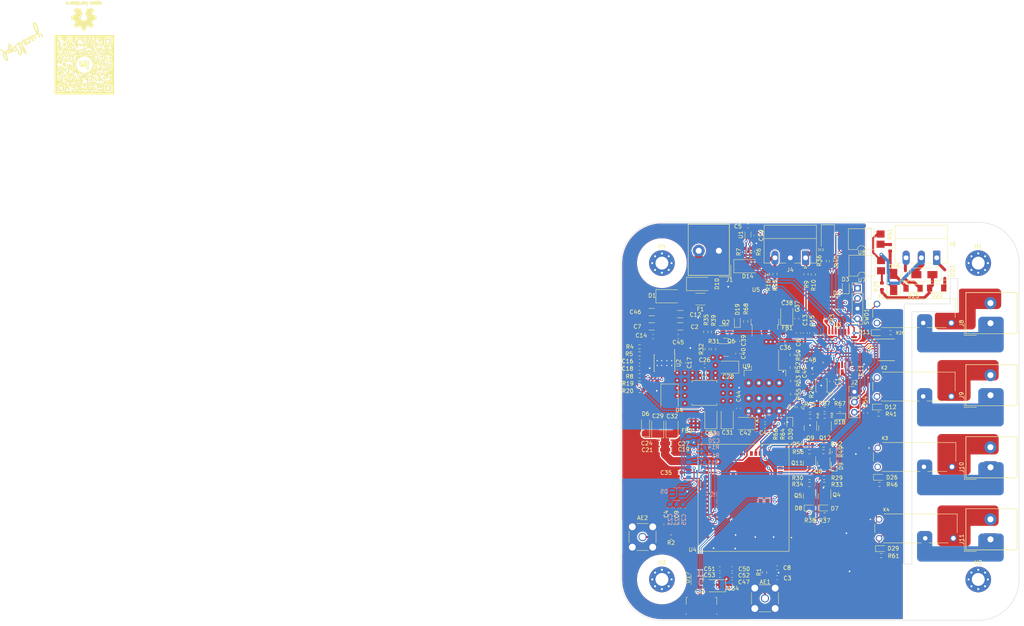
<source format=kicad_pcb>
(kicad_pcb (version 20211014) (generator pcbnew)
  (layers (0 "F.Cu" mixed) (1 "In1.Cu" power "Power") (2 "In2.Cu" power "Ground") (31 "B.Cu" mixed) (34 "B.Paste" user) (35 "F.Paste" user) (36 "B.SilkS" user "B.Silkscreen") (37 "F.SilkS" user "F.Silkscreen") (38 "B.Mask" user) (39 "F.Mask" user) (44 "Edge.Cuts" user))
  (net 0 "")
  (net 1 "Net-(AE1-Pad1)")
  (net 2 "GND")
  (net 3 "Net-(AE2-Pad1)")
  (net 4 "NRST")
  (net 5 "+24V")
  (net 6 "+3V3")
  (net 7 "Net-(C11-Pad1)")
  (net 8 "ANT_MAIN")
  (net 9 "ANT_GNSS")
  (net 10 "Net-(C16-Pad2)")
  (net 11 "Net-(C17-Pad1)")
  (net 12 "Net-(C17-Pad2)")
  (net 13 "Net-(C18-Pad2)")
  (net 14 "+3V8")
  (net 15 "/SIM_RST")
  (net 16 "/SIM_DATA")
  (net 17 "/SIM_CLK")
  (net 18 "+6V")
  (net 19 "Net-(C39-Pad1)")
  (net 20 "Net-(D1-Pad2)")
  (net 21 "Net-(D2-Pad1)")
  (net 22 "Net-(C19-Pad1)")
  (net 23 "SWDIO")
  (net 25 "/USB_D+")
  (net 26 "/USB_D-")
  (net 27 "Net-(D7-Pad1)")
  (net 28 "Net-(D7-Pad2)")
  (net 29 "Net-(D8-Pad1)")
  (net 30 "Net-(D8-Pad2)")
  (net 31 "Net-(D9-Pad1)")
  (net 32 "Net-(D9-Pad2)")
  (net 33 "Net-(C25-Pad1)")
  (net 34 "Net-(D10-Pad2)")
  (net 35 "Net-(D11-Pad2)")
  (net 36 "Net-(D12-Pad2)")
  (net 37 "Net-(D13-Pad2)")
  (net 38 "Net-(D14-Pad2)")
  (net 39 "Net-(D15-Pad2)")
  (net 40 "Net-(Q2-Pad1)")
  (net 41 "Net-(Q2-Pad3)")
  (net 42 "Net-(Q5-Pad1)")
  (net 43 "Net-(Q6-Pad1)")
  (net 44 "W_DISABLE")
  (net 45 "PWRKEY")
  (net 46 "RESET")
  (net 47 "Net-(D26-Pad2)")
  (net 48 "Net-(R3-Pad2)")
  (net 49 "Net-(R4-Pad2)")
  (net 50 "Net-(R6-Pad2)")
  (net 51 "Net-(R7-Pad2)")
  (net 52 "Net-(R8-Pad1)")
  (net 53 "Net-(D18-Pad2)")
  (net 54 "Net-(R11-Pad2)")
  (net 55 "MODULE_UART_RX")
  (net 56 "Net-(R12-Pad2)")
  (net 57 "MODULE_UART_TX")
  (net 58 "Net-(R13-Pad2)")
  (net 59 "Net-(R14-Pad2)")
  (net 60 "ANALOG_IN1")
  (net 61 "Net-(R17-Pad2)")
  (net 62 "Net-(R19-Pad2)")
  (net 63 "USART2_RX")
  (net 64 "SWCLK")
  (net 65 "V_OUT1")
  (net 66 "Net-(R25-Pad2)")
  (net 67 "PSM_IND")
  (net 68 "NETLIGHT")
  (net 69 "V_IN1")
  (net 70 "PWR_EN")
  (net 71 "V_IN2")
  (net 72 "V_OUT2")
  (net 73 "STATUS")
  (net 74 "AIRPLANE_MODE")
  (net 75 "Net-(R50-Pad1)")
  (net 76 "Net-(R51-Pad2)")
  (net 77 "3.8V_MONITOR")
  (net 78 "MODULE_ON")
  (net 79 "MODULE_RST")
  (net 80 "Net-(D29-Pad2)")
  (net 81 "Net-(J8-Pad2)")
  (net 82 "Net-(J9-Pad1)")
  (net 83 "AP_READY")
  (net 84 "MODULE_UART_RTS")
  (net 85 "MODULE_UART_CTS")
  (net 86 "Net-(J9-Pad2)")
  (net 87 "Net-(J10-Pad2)")
  (net 88 "Net-(J11-Pad2)")
  (net 96 "ANALOG_IN2")
  (net 102 "Net-(D16-Pad2)")
  (net 103 "Net-(Q4-Pad1)")
  (net 104 "Net-(Q8-Pad1)")
  (net 105 "Net-(Q9-Pad1)")
  (net 106 "Net-(Q11-Pad1)")
  (net 107 "Net-(Q12-Pad1)")
  (net 108 "V_OUT3")
  (net 156 "Net-(D19-Pad2)")
  (net 157 "TOGGLE_LED")
  (net 158 "Net-(D22-Pad1)")
  (net 159 "Net-(D23-Pad2)")
  (net 160 "Net-(D24-Pad1)")
  (net 161 "Net-(D24-Pad2)")
  (net 162 "V_OUT4")
  (net 164 "Net-(J11-Pad1)")
  (net 165 "Net-(J8-Pad1)")
  (net 166 "Net-(J10-Pad1)")
  (net 167 "Net-(D30-Pad2)")
  (net 168 "Net-(R66-Pad2)")
  (net 169 "USART2_CTS")
  (net 170 "USART2_RTS")
  (net 171 "RELAY_3")
  (net 172 "RELAY_4")
  (net 173 "RELAY_1")
  (net 174 "RELAY_2")
  (net 181 "GNDA")
  (footprint "Resistor_SMD:R_0603_1608Metric" (layer "F.Cu") (at 81.4578 82.9818 -90)
    (fp_text reference "R66")
    (fp_text value "0r (DNP)")
  )
  (footprint "Package_TO_SOT_SMD:SOT-23" (layer "F.Cu") (at 90.125 101.1875 -90)
    (fp_text reference "Q5")
    (fp_text value "FDV303N")
  )
  (footprint "Resistor_SMD:R_0603_1608Metric" (layer "F.Cu") (at 94.25 56.8 -90)
    (fp_text reference "R3")
    (fp_text value "510")
  )
  (footprint "Connector_PinHeader_2.54mm:PinHeader_1x03_P2.54mm_Vertical" (layer "F.Cu") (at 101.25 75.225)
    (fp_text reference "J2")
    (fp_text value "USART2")
  )
  (footprint "SHT4x:SHT4X" (layer "F.Cu") (at 74.77 36.07 90)
    (fp_text reference "U1")
    (fp_text value "SHT4x")
  )
  (footprint "Capacitor_SMD:C_0603_1608Metric" (layer "F.Cu") (at 82.0166 119.0244)
    (fp_text reference "C8")
    (fp_text value "DNI")
  )
  (footprint "Diode_SMD:D_SMA" (layer "F.Cu") (at 118.675 46.05)
    (fp_text reference "D15")
    (fp_text value "SMAJ28CA")
  )
  (footprint "Resistor_SMD:R_0603_1608Metric" (layer "F.Cu") (at 110.25 60.5)
    (fp_text reference "R26")
    (fp_text value "2.2k")
  )
  (footprint "Capacitor_SMD:C_1206_3216Metric_Pad1.33x1.80mm_HandSolder" (layer "F.Cu") (at 57.912 58.928)
    (fp_text reference "C2")
    (fp_text value "10uF")
  )
  (footprint "LED_SMD:LED_0603_1608Metric" (layer "F.Cu") (at 93.825 104.125)
    (fp_text reference "D7")
    (fp_text value "LED")
  )
  (footprint "Diode_SMD:D_MiniMELF" (layer "F.Cu") (at 115.85 49.45 180)
    (fp_text reference "D25")
    (fp_text value "TZMC5V1")
  )
  (footprint "Resistor_SMD:R_0603_1608Metric" (layer "F.Cu") (at 85.9 72.525 -90)
    (fp_text reference "R53")
    (fp_text value "10k")
  )
  (footprint "Capacitor_SMD:C_1206_3216Metric_Pad1.33x1.80mm_HandSolder" (layer "F.Cu") (at 50.8 58.928 180)
    (fp_text reference "C7")
    (fp_text value "10uF")
  )
  (footprint "Diode_SMD:D_SMA" (layer "F.Cu") (at 111.025 47.875 90)
    (fp_text reference "D16")
    (fp_text value "SMAJ28CA")
  )
  (footprint "LED_SMD:LED_0603_1608Metric" (layer "F.Cu") (at 90.225 104.15)
    (fp_text reference "D8")
    (fp_text value "LED")
  )
  (footprint "GSM_MODULES:XCVR_BG96" (layer "F.Cu") (at 73.66 101.6 180)
    (fp_text reference "U4")
    (fp_text value "QUECTEL_BG96")
  )
  (footprint "Resistor_SMD:R_0603_1608Metric" (layer "F.Cu") (at 97.65 79.6)
    (fp_text reference "R67")
    (fp_text value "510")
  )
  (footprint "Diode_SMD:D_SMA" (layer "F.Cu") (at 74.65 43.95)
    (fp_text reference "D14")
    (fp_text value "SMAJ28CA")
  )
  (footprint "Connector_Phoenix_MC:PhoenixContact_MC_1,5_3-G-3.81_1x03_P3.81mm_Horizontal" (layer "F.Cu") (at 121.738 41.8592 180)
    (fp_text reference "J6")
    (fp_text value "INPUT")
  )
  (footprint "MountingHole:MountingHole_3.2mm_M3_Pad_Via" (layer "F.Cu") (at 53.34 43.18)
    (fp_text reference "H4")
    (fp_text value "MountingHole_Pad")
  )
  (footprint "Resistor_SMD:R_0603_1608Metric" (layer "F.Cu") (at 90.225 81.35 180)
    (fp_text reference "R48")
    (fp_text value "4.7k")
  )
  (footprint "Capacitor_SMD:C_0603_1608Metric_Pad1.08x0.95mm_HandSolder" (layer "F.Cu") (at 51.1545 61.468)
    (fp_text reference "C14")
    (fp_text value "100nF")
  )
  (footprint "Capacitor_Tantalum_SMD:CP_EIA-3528-21_Kemet-B" (layer "F.Cu") (at 84.425 56.175 90)
    (fp_text reference "C38")
    (fp_text value "10uF")
  )
  (footprint "Capacitor_SMD:C_1206_3216Metric_Pad1.33x1.80mm_HandSolder" (layer "F.Cu") (at 50.8 55.372 180)
    (fp_text reference "C46")
    (fp_text value "47uF")
  )
  (footprint "Capacitor_SMD:C_0603_1608Metric" (layer "F.Cu") (at 81.9912 121.5)
    (fp_text reference "C3")
    (fp_text value "DNI")
  )
  (footprint "Connector_USB:USB_Micro-B_Molex_47346-0001" (layer "F.Cu") (at 63.2 128.1)
    (fp_text reference "J3")
    (fp_text value "USB_B_Micro")
  )
  (footprint "Capacitor_Tantalum_SMD:CP_EIA-3528-21_Kemet-B_Pad1.50x2.35mm_HandSolder" (layer "F.Cu") (at 65.532 81.788 90)
    (fp_text reference "C33")
    (fp_text value "47uF")
  )
  (footprint "Resistor_SMD:R_0603_1608Metric" (layer "F.Cu") (at 107.925 116 180)
    (fp_text reference "R61")
    (fp_text value "2.2k")
  )
  (footprint "Capacitor_SMD:C_0603_1608Metric" (layer "F.Cu") (at 70.85 122.55)
    (fp_text reference "C47")
    (fp_text value "100nF")
  )
  (footprint "Capacitor_SMD:C_0603_1608Metric" (layer "F.Cu") (at 57.4 95.275 180)
    (fp_text reference "C35")
    (fp_text value "100pF")
  )
  (footprint "Resistor_SMD:R_0603_1608Metric" (layer "F.Cu") (at 83.3374 83.0834 90)
    (fp_text reference "R64")
    (fp_text value "510")
  )
  (footprint "Resistor_SMD:R_0603_1608Metric" (layer "F.Cu") (at 74.2 57.7 -90)
    (fp_text reference "R68")
    (fp_text value "510")
  )
  (footprint "Capacitor_SMD:C_0603_1608Metric_Pad1.08x0.95mm_HandSolder" (layer "F.Cu") (at 47.7774 67.5894)
    (fp_text reference "C16")
    (fp_text value "8.2nF")
  )
  (footprint "Inductor_SMD:L_Bourns_SRN6045TA" (layer "F.Cu") (at 63.9318 75.4888)
    (fp_text reference "L1")
    (fp_text value "SRN6045TA-100M")
  )
  (footprint "Capacitor_SMD:C_0603_1608Metric_Pad1.08x0.95mm_HandSolder" (layer "F.Cu") (at 58.7502 67.9958 -90)
    (fp_text reference "C17")
    (fp_text value "100nF")
  )
  (footprint "Resistor_SMD:R_0603_1608Metric" (layer "F.Cu") (at 93.825 105.875 180)
    (fp_text reference "R37")
    (fp_text value "510")
  )
  (footprint "Panasonic_Relay:RELAY_ALDP105W" (layer "F.Cu") (at 116.078 55.626)
    (fp_text reference "K1")
    (fp_text value "ALDP105W")
  )
  (footprint "Resistor_SMD:R_0603_1608Metric" (layer "F.Cu") (at 93.85 81.25 180)
    (fp_text reference "R58")
    (fp_text value "4.7k")
  )
  (footprint "TerminalBlock_Altech:Altech_AK300_1x02_P5.00mm_45-Degree" (layer "F.Cu") (at 67.5085 40.1092 180)
    (fp_text reference "J1")
    (fp_text value "VIN")
  )
  (footprint "Resistor_SMD:R_0603_1608Metric" (layer "F.Cu") (at 89.2 45.95 90)
    (fp_text reference "R9")
    (fp_text value "10k")
  )
  (footprint "Resistor_SMD:R_0603_1608Metric" (layer "F.Cu") (at 90.225 79.725)
    (fp_text reference "R45")
    (fp_text value "470")
  )
  (footprint "Resistor_SMD:R_0603_1608Metric" (layer "F.Cu") (at 107.25 80.75 180)
    (fp_text reference "R41")
    (fp_text value "2.2k")
  )
  (footprint "Capacitor_SMD:C_0603_1608Metric" (layer "F.Cu") (at 84.1 62.9)
    (fp_text reference "C36")
    (fp_text value "100nF")
  )
  (footprint "Capacitor_SMD:C_0603_1608Metric" (layer "F.Cu") (at 90.9 70.25 180)
    (fp_text reference "C49")
    (fp_text value "100nF")
  )
  (footprint "Package_TO_SOT_SMD:SOT-23" (layer "F.Cu") (at 69.2404 60.325)
    (fp_text reference "Q2")
    (fp_text value "2N7002")
  )
  (footprint "Capacitor_SMD:C_0603_1608Metric" (layer "F.Cu") (at 70.835 119.28)
    (fp_text reference "C50")
    (fp_text value "22pF")
  )
  (footprint "Resistor_SMD:R_0603_1608Metric" (layer "F.Cu") (at 78.8924 120.205 -90)
    (fp_text reference "R1")
    (fp_text value "0R")
  )
  (footprint "Package_TO_SOT_SMD:SOT-23" (layer "F.Cu") (at 93.625 93.25 -90)
    (fp_text reference "Q8")
    (fp_text value "FDV303N")
  )
  (footprint "Button_Switch_SMD:SW_SPST_B3U-1000P" (layer "F.Cu") (at 93.05 73.6 -90)
    (fp_text reference "SW1")
    (fp_text value "RESET")
  )
  (footprint "Connector_Phoenix_MC:PhoenixContact_MC_1,5_3-G-3.81_1x03_P3.81mm_Horizontal" (layer "F.Cu") (at 89.099 41.8592 180)
    (fp_text reference "J4")
    (fp_text value "ANALOG_IN")
  )
  (footprint "Package_TO_SOT_SMD:TO-263-3_TabPin2" (layer "F.Cu") (at 78.994 72.7964 -90)
    (fp_text reference "U9")
    (fp_text value "LM1085-ADJ")
  )
  (footprint "Resistor_SMD:R_0603_1608Metric_Pad0.98x0.95mm_HandSolder" (layer "F.Cu") (at 47.752 65.786 180)
    (fp_text reference "R5")
    (fp_text value "32k")
  )
  (footprint "Resistor_SMD:R_0603_1608Metric" (layer "F.Cu") (at 96.25 90.225 90)
    (fp_text reference "R49")
    (fp_text value "510")
  )
  (footprint "Resistor_SMD:R_0603_1608Metric" (layer "F.Cu") (at 85.8 69.2 90)
    (fp_text reference "R52")
    (fp_text value "10k")
  )
  (footprint "Resistor_SMD:R_0603_1608Metric" (layer "F.Cu") (at 91.05 46.025 -90)
    (fp_text reference "R10")
    (fp_text value "1k")
  )
  (footprint "MountingHole:MountingHole_3.2mm_M3_Pad_Via" (layer "F.Cu") (at 132.08 121.92)
    (fp_text reference "H2")
    (fp_text value "MountingHole_Pad")
  )
  (footprint "Diode_SMD:D_SMA" (layer "F.Cu") (at 62.85 48.375)
    (fp_text reference "D10")
    (fp_text value "SMAJ28CA")
  )
  (footprint "Fuse:Fuse_Littelfuse-NANO2-451_453" (layer "F.Cu") (at 62.925 52.15 180)
    (fp_text reference "F1")
    (fp_text value "Fuse 3A")
  )
  (footprint "Package_TO_SOT_SMD:TO-252-3_TabPin2" (layer "F.Cu") (at 78.9686 56.1086 90)
    (fp_text reference "U5")
    (fp_text value "AMS1117CD-3.3")
  )
  (footprint "Diode_SMD:D_MiniMELF" (layer "F.Cu") (at 121.725 49.375 180)
    (fp_text reference "D22")
    (fp_text value "TZMC5V1")
  )
  (footprint "Resistor_SMD:R_0603_1608Metric" (layer "F.Cu") (at 66.167 60.325 -90)
    (fp_text reference "R39")
    (fp_text value "470")
  )
  (footprint "Resistor_SMD:R_0603_1608Metric" (layer "F.Cu") (at 90.05 90.15 180)
    (fp_text reference "R56")
    (fp_text value "4.7k")
  )
  (footprint "Capacitor_SMD:C_0603_1608Metric_Pad1.08x0.95mm_HandSolder" (layer "F.Cu") (at 47.752 69.3674 180)
    (fp_text reference "C18")
    (fp_text value "1nF")
  )
  (footprint "Package_TO_SOT_SMD:SOT-23-6" (layer "F.Cu") (at 62.15 121.4375 90)
    (fp_text reference "D17")
    (fp_text value "ESDA6V1-5SC6")
  )
  (footprint "Resistor_SMD:R_0603_1608Metric" (layer "F.Cu") (at 87.503 79.0448 -90)
    (fp_text reference "R12")
    (fp_text value "DNI(0R)")
  )
  (footprint "Capacitor_SMD:C_0603_1608Metric" (layer "F.Cu") (at 90.7 60.6 90)
    (fp_text reference "C15")
    (fp_text value "100nF")
  )
  (footprint "TerminalBlock_Altech:Altech_AK300_1x02_P5.00mm_45-Degree" (layer "F.Cu") (at 135.128 94.0016 90)
    (fp_text reference "J10")
    (fp_text value "Relay_OUT1")
  )
  (footprint "Capacitor_SMD:C_0603_1608Metric" (layer "F.Cu") (at 67.775 120.91 180)
    (fp_text reference "C53")
    (fp_text value "100nF")
  )
  (footprint "Capacitor_SMD:C_1206_3216Metric_Pad1.33x1.80mm_HandSolder" (layer "F.Cu") (at 57.912 55.88)
    (fp_text reference "C12")
    (fp_text value "10uF")
  )
  (footprint "Resistor_SMD:R_0603_1608Metric" (layer "F.Cu") (at 93.725 96.55)
    (fp_text reference "R29")
    (fp_text value "470")
  )
  (footprint "Resistor_SMD:R_0603_1608Metric" (layer "F.Cu") (at 55.626 111.3536 180)
    (fp_text reference "R2")
    (fp_text value "0R")
  )
  (footprint "Capacitor_SMD:C_0603_1608Metric" (layer "F.Cu") (at 79 82.2)
    (fp_text reference "C41")
    (fp_text value "100nF")
  )
  (footprint "Resistor_SMD:R_0603_1608Metric_Pad0.98x0.95mm_HandSolder" (layer "F.Cu") (at 47.752 64.008)
    (fp_text reference "R4")
    (fp_text value "169k")
  )
  (footprint "Package_TO_SOT_SMD:SOT-23" (layer "F.Cu") (at 90.075 93.0125 -90)
    (fp_text reference "Q11")
    (fp_text value "FDV303N")
  )
  (footprint "Package_TO_SOT_SMD:SOT-23" (layer "F.Cu") (at 93.95 84.25 -90)
    (fp_text reference "Q12")
    (fp_text value "FDV303N")
  )
  (footprint "Diode_SMD:D_SOD-323" (layer "F.Cu") (at 113.95 46.125 90)
    (fp_text reference "D24")
    (fp_text value "1N4148WS")
  )
  (footprint "Capacitor_SMD:C_0603_1608Metric" (layer "F.Cu") (at 104.05 80.5 -90)
    (fp_text reference "C54")
    (fp_text value "100pF")
  )
  (footprint "Resistor_SMD:R_0603_1608Metric" (layer "F.Cu") (at 95.525 42.7 -90)
    (fp_text reference "R40")
    (fp_text value "4.7k")
  )
  (footprint "Resistor_SMD:R_0603_1608Metric_Pad0.98x0.95mm_HandSolder" (layer "F.Cu") (at 47.7774 73.0758)
    (fp_text reference "R19")
    (fp_text value "10k")
  )
  (footprint "Resistor_SMD:R_0603_1608Metric_Pad0.98x0.95mm_HandSolder" (layer "F.Cu") (at 47.8028 74.9046 180)
    (fp_text reference "R20")
    (fp_text value "1.6k")
  )
  (footprint "Capacitor_SMD:C_0603_1608Metric" (layer "F.Cu") (at 55.754 89.6375)
    (fp_text reference "C19")
    (fp_text value "22pF")
  )
  (footprint "Diode_SMD:D_SMB" (layer "F.Cu") (at 55.245 76.8186 -90)
    (fp_text reference "D4")
    (fp_text value "STPS340U")
  )
  (footprint "LED_SMD:LED_0603_1608Metric" (layer "F.Cu") (at 97.6 81.35 180)
    (fp_text reference "D18")
    (fp_text value "LED")
  )
  (footprint "Diode_SMD:D_SMA" (layer "F.Cu") (at 55.245 51.435)
    (fp_text reference "D1")
    (fp_text value "CDBA340-HF")
  )
  (footprint "Panasonic_Relay:RELAY_ALDP105W" (layer "F.Cu") (at 116.586 109.22)
    (fp_text reference "K4")
    (fp_text value "ALDP105W")
  )
  (footprint "Package_TO_SOT_SMD:SOT-23" (layer "F.Cu") (at 90.3 84.225 -90)
    (fp_text reference "Q9")
    (fp_text value "FDV303N")
  )
  (footprint "Resistor_SMD:R_0603_1608Metric" (layer "F.Cu") (at 93.6 88.475)
    (fp_text reference "R42")
    (fp_text value "470")
  )
  (footprint "Connector_PinHeader_2.54mm:PinHeader_1x04_P2.54mm_Vertical" (layer "F.Cu") (at 102.025 49.425)
    (fp_text reference "SWD1")
    (fp_text value "SWD")
  )
  (footprint "Diode_SMD:D_MiniMELF" (layer "F.Cu") (at 49.26 83.9 90)
    (fp_text reference "D6")
    (fp_text value "TZMC5V1")
  )
  (footprint "Connector_Coaxial:SMA_Amphenol_901-144_Vertical" (layer "F.Cu") (at 48.514 111.3536)
    (fp_text reference "AE2")
    (fp_text value "Antenna_Shield")
  )
  (footprint "LED_SMD:LED_0603_1608Metric" (layer "F.Cu") (at 106.9625 60.5)
    (fp_text reference "D11")
    (fp_text value "LED")
  )
  (footprint "LED_SMD:LED_0603_1608Metric" (layer "F.Cu") (at 72.1 57.7125 90)
    (fp_text reference "D19")
    (fp_text value "LED")
  )
  (footprint "Resistor_SMD:R_0603_1608Metric" (layer "F.Cu") (at 90.075 98.275 180)
    (fp_text reference "R34")
    (fp_text value "4.7k")
  )
  (footprint "Capacitor_SMD:C_0603_1608Metric" (layer "F.Cu") (at 54.356 108.204 90)
    (fp_text reference "C4")
    (fp_text value "DNI")
  )
  (footprint "TerminalBlock_Altech:Altech_AK300_1x02_P5.00mm_45-Degree" (layer "F.Cu") (at 135.128 58.1368 90)
    (fp_text reference "J8")
    (fp_text value "Relay_OUT1")
  )
  (footprint "LED_SMD:LED_0603_1608Metric" (layer "F.Cu") (at 107.25 79)
    (fp_text reference "D12")
    (fp_text value "LED")
  )
  (footprint "Capacitor_Tantalum_SMD:CP_EIA-3528-21_Kemet-B_Pad1.50x2.35mm_HandSolder" (layer "F.Cu") (at 69.85 69.088 180)
    (fp_text reference "C28")
    (fp_text value "47uF")
  )
  (footprint "Resistor_SMD:R_0603_1608Metric" (layer "F.Cu") (at 90.4 72.7 -90)
    (fp_text reference "R24")
    (fp_text value "10k")
  )
  (footprint "Package_TO_SOT_SMD:SOT-23-6" (layer "F.Cu") (at 96.8875 53.05)
    (fp_text reference "D2")
    (fp_text value "ESDA6V1-5SC6")
  )
  (footprint "Capacitor_SMD:C_0603_1608Metric" (layer "F.Cu") (at 67.75 119.25 180)
    (fp_text reference "C51")
    (fp_text value "100pF")
  )
  (footprint "Package_TO_SOT_SMD:SOT-23" (layer "F.Cu") (at 93.825 101.2 -90)
    (fp_text reference "Q4")
    (fp_text value "FDV303N")
  )
  (footprint "MountingHole:MountingHole_3.2mm_M3_Pad_Via" (layer "F.Cu") (at 132.08 43.18)
    (fp_text reference "H1")
    (fp_text value "MountingHole_Pad")
  )
  (footprint "Resistor_SMD:R_0603_1608Metric" (layer "F.Cu") (at 110.15 39.375 90)
    (fp_text reference "R51")
    (fp_text value "4.7k")
  )
  (footprint "Resistor_SMD:R_0603_1608Metric" (layer "F.Cu") (at 93.725 42.65 90)
    (fp_text reference "R36")
    (fp_text value "4.7k")
  )
  (footprint "LED_SMD:LED_0603_1608Metric" (layer "F.Cu") (at 107.5 96.5)
    (fp_text reference "D26")
    (fp_text value "LED")
  )
  (footprint "Capacitor_SMD:C_0603_1608Metric" (layer "F.Cu") (at 95.6 72.65 -90)
    (fp_text reference "C1")
    (fp_text value "100nF")
  )
  (footprint "TerminalBlock_Altech:Altech_AK300_1x02_P5.00mm_45-Degree" (layer "F.Cu") (at 135.128 111.934 90)
    (fp_text reference "J11")
    (fp_text value "Relay_OUT2")
  )
  (footprint "Capacitor_SMD:C_0603_1608Metric" (layer "F.Cu") (at 76.75 36.3 -90)
    (fp_text reference "C10")
    (fp_text value "1uF")
  )
  (footprint "Package_DIP:SMDIP-4_W9.53mm" (layer "F.Cu") (at 103.124 43.815 180)
    (fp_text reference "U7")
    (fp_text value "FOD817ASD")
  )
  (footprint "Capacitor_SMD:C_0603_1608Metric_Pad1.08x0.95mm_HandSolder" (layer "F.Cu") (at 63.9815 68.707)
    (fp_text reference "C26")
    (fp_text value "100nF")
  )
  (footprint "Resistor_SMD:R_0603_1608Metric" (layer "F.Cu") (at 93.55 90.125 180)
    (fp_text reference "R44")
    (fp_text value "4.7k")
  )
  (footprint "Panasonic_Relay:RELAY_ALDP105W" (layer "F.Cu") (at 116.078 73.914)
    (fp_text reference "K2")
    (fp_text value "ALDP105W")
  )
  (footprint "Capacitor_SMD:C_0603_1608Metric" (layer "F.Cu") (at 70.845 120.89)
    (fp_text reference "C52")
    (fp_text value "100nF")
  )
  (footprint "TerminalBlock_Altech:Altech_AK300_1x02_P5.00mm_45-Degree" (layer "F.Cu") (at 135.128 76.0692 90)
    (fp_text reference "J9")
    (fp_text value "Relay_OUT2")
  )
  (footprint "Capacitor_SMD:C_0603_1608Metric" (layer "F.Cu") (at 86.925 57 90)
    (fp_text reference "C37")
    (fp_text value "100nF")
  )
  (footprint "Capacitor_SMD:C_0603_1608Metric" (layer "F.Cu") (at 79 83.8)
    (fp_text reference "C43")
    (fp_text value "100nF")
  )
  (footprint "Capacitor_SMD:C_0603_1608Metric" (layer "F.Cu") (at 90.925 68.575 180)
    (fp_text reference "C48")
    (fp_text value "100nF")
  )
  (footprint "Resistor_SMD:R_0603_1608Metric" (layer "F.Cu") (at 64.262 60.262 -90)
    (fp_text reference "R35")
    (fp_text value "4.7k")
  )
  (footprint "Resistor_SMD:R_0603_1608Metric" (layer "F.Cu") (at 73.9 40.4 90)
    (fp_text reference "R7")
    (fp_text value "10k")
  )
  (footprint "Capacitor_Tantalum_SMD:CP_EIA-3528-21_Kemet-B" (layer "F.Cu") (at 52.3 84.2275 90)
    (fp_text reference "C29")
    (fp_text value "47uF")
  )
  (footprint "HYC:sign" (layer "F.Cu") (at -99.091635 -11.144425 -150)
    (fp_text reference "REF**" hide)
    (fp_text value "sign")
  )
  (footprint "Resistor_SMD:R_0603_1608Metric" (layer "F.Cu") (at 75.85 40.35 90)
    (fp_text reference "R6")
    (fp_text value "10k")
  )
  (footprint "Resistor_SMD:R_0603_1608Metric" (layer "F.Cu") (at 93.825 79.575)
    (fp_text reference "R57")
    (fp_text value "470")
  )
  (footprint "Resistor_SMD:R_0603_1608Metric" (layer "F.Cu") (at 66.2 64.6 -90)
    (fp_text reference "R31")
    (fp_text value "10k")
  )
  (footprint "Capacitor_SMD:C_0603_1608Metric" (layer "F.Cu") (at 89 60.6 90)
    (fp_text reference "C13")
    (fp_text value "100nF")
  )
  (footprint "Panasonic_Relay:RELAY_ALDP105W" (layer "F.Cu") (at 116.25 91.44)
    (fp_text reference "K3")
    (fp_text value "ALDP105W")
  )
  (footprint "Resistor_SMD:R_0603_1608Metric" (layer "F.Cu") (at 107.5 98.25 180)
    (fp_text reference "R46")
    (fp_text value "2.2k")
  )
  (footprint "MountingHole:MountingHole_3.2mm_M3_Pad_Via" (layer "F.Cu") (at 53.34 121.92)
    (fp_text reference "H3")
    (fp_text value "MountingHole_Pad")
  )
  (footprint "Resistor_SMD:R_0603_1608Metric" (layer "F.Cu") (at 108.1 48.95 90)
    (fp_text reference "R25")
    (fp_text value "4.7k")
  )
  (footprint "Capacitor_SMD:C_0603_1608Metric_Pad1.08x0.95mm_HandSolder" (layer "F.Cu") (at 57.404 61.468 180)
    (fp_text reference "C45")
    (fp_text value "100nF")
  )
  (footprint "Symbol:OSHW-Logo2_9.8x8mm_SilkScreen" (layer "F.Cu") (at -90.551 -18.542 180)
    (fp_text reference "REF**" hide)
    (fp_text value "OSHW-Logo2_9.8x8mm_SilkScreen" hide)
  )
  (footprint "Package_TO_SOT_SMD:SOT-23" (layer "F.Cu") (at 69.2912 64.8)
    (fp_text reference "Q6")
    (fp_text value "Si2301CDS")
  )
  (footprint "Capacitor_Tantalum_SMD:CP_EIA-3528-21_Kemet-B" (layer "F.Cu") (at 55.856 84.2275 90)
    (fp_text reference "C32")
    (fp_text value "47uF")
  )
  (footprint "Resistor_SMD:R_0603_1608Metric" (layer "F.Cu") (at 84.2 60.6)
    (fp_text reference "FB1")
    (fp_text value "FerriteBead")
  )
  (footprint "Resistor_SMD:R_0603_1608Metric" (layer "F.Cu") (at 64.5668 64.6 90)
    (fp_text reference "R32")
    (fp_text value "2.2k")
  )
  (footprint "Capacitor_SMD:C_0603_1608Metric" (layer "F.Cu") (at 55.754 88.0375)
    (fp_text reference "C27")
    (fp_text value "100nF")
  )
  (footprint "Capacitor_SMD:C_0603_1608Metric" (layer "F.Cu") (at 56.7944 108.204 90)
    (fp_text reference "C9")
    (fp_text value "DNI")
  )
  (footprint "Capacitor_SMD:C_0603_1608Metric" (layer "F.Cu") (at 101.5 69.9 -90)
    (fp_text reference "C11")
    (fp_text value "100nF")
  )
  (footprint "Capacitor_Tantalum_SMD:CP_EIA-3528-21_Kemet-B_Pad1.50x2.35mm_HandSolder" (layer "F.Cu") (at 69.596 81.788 90)
    (fp_text reference "C31")
    (fp_text value "47uF")
  )
  (footprint "LED_SMD:LED_0603_1608Metric" (layer "F.Cu") (at 96.225 93.475 90)
    (fp_text reference "D9")
    (fp_text value "LED")
  )
  (footprint "Diode_SMD:D_SOD-323" (layer "F.Cu") (at 123.75 45.9 90)
    (fp_text reference "D23")
    (fp_text value "1N4148WS")
  )
  (footprint "Capacitor_SMD:C_0603_1608Metric" (layer "F.Cu") (at 72.2122 65.6974 -90)
    (fp_text reference "C40")
    (fp_text value "1uF")
  )
  (footprint "Capacitor_SMD:C_0603_1608Metric" (layer "F.Cu") (at 87.3 60.575 90)
    (fp_text reference "C6")
    (fp_text value "1uF")
  )
  (footprint "Package_SO:SSOP-16_3.9x4.9mm_P0.635mm" (layer "F.Cu") (at 109.25 64.8)
    (fp_text reference "U6")
    (fp_text value "ULN2003A")
  )
  (footprint "Resistor_SMD:R_0603_1608Metric" (layer "F.Cu") (at 85.9 75.8 -90)
    (fp_text reference "R55")
    (fp_text value "10k")
  )
  (footprint "Diode_SMD:D_SOD-323" (layer "F.Cu") (at 99.1 49.3 90)
    (fp_text reference "D3")
    (fp_text value "1N4148WS")
  )
  (footprint "Package_DIP:SMDIP-4_W9.53mm" (layer "F.Cu") (at 102.997 37.211 180)
    (fp_text reference "U8")
    (fp_text value "FOD817ASD")
  )
  (footprint "Capacitor_Tantalum_SMD:CP_EIA-3528-21_Kemet-B" (layer "F.Cu") (at 74.1 83.1 180)
    (fp_text reference "C42")
    (fp_text value "10uF")
  )
  (footprint "Resistor_SMD:R_0603_1608Metric" (layer "F.Cu") (at 93.725 98.25 180)
    (fp_text reference "R33")
    (fp_text value "4.7k")
  )
  (footprint "Resistor_SMD:R_0603_1608Metric" (layer "F.Cu") (at 79.625 45.825 -90)
    (fp_text reference "R16")
    (fp_text value "1k")
  )
  (footprint "Package_SO:TI_SO-PowerPAD-8_ThermalVias" (layer "F.Cu") (at 53.975 68.072 -90)
    (fp_text reference "U2")
    (fp_text value "TPS54331DDA")
  )
  (footprint "Resistor_SMD:R_0603_1608Metric" (layer "F.Cu") (at 90.225 105.775 180)
    (fp_text reference "R38")
    (fp_text value "510")
  )
  (footprint "Resistor_SMD:R_0603_1608Metric" (layer "F.Cu") (at 59.58 83.49 180)
    (fp_text reference "FB2")
    (fp_text value "FerriteBead")
  )
  (footprint "Connector_Coaxial:SMA_Amphenol_901-144_Vertical" (layer "F.Cu") (at 78.994 126.619)
    (fp_text reference "AE1")
    (fp_text value "Antenna_Shield")
  )
  (footprint "Capacitor_Tantalum_SMD:CP_EIA-3528-21_Kemet-B" (layer "F.Cu") (at 66.75 123.5 180)
    (fp_text reference "C34")
    (fp_text value "47uF")
  )
  (footprint "Diode_SMD:D_SMA" (layer "F.Cu") (at 94.65 37.05 -90)
    (fp_text reference "D13")
    (fp_text value "SMAJ28CA")
  )
  (footprint "Capacitor_SMD:C_0603_1608Metric" (layer "F.Cu") (at 74.803 33.909 180)
    (fp_text reference "C5")
    (fp_text value "100nF")
  )
  (footprint "Resistor_SMD:R_0603_1608Metric" (layer "F.Cu") (at 85.8 66.025 90)
    (fp_text reference "R50")
    (fp_text value "22k")
  )
  (footprint "HYC:hyc" (layer "F.Cu") (at -99.2124 -15.7226)
    (fp_text reference "REF**" hide)
    (fp_text value "LinkedIn")
  )
  (footprint "Resistor_SMD:R_0603_1608Metric" (layer "F.Cu") (at 85.9536 78.994 -90)
    (fp_text reference "R13")
    (fp_text value "DNI(0R)")
  )
  (footprint "Capacitor_SMD:C_0603_1608Metric" (layer "F.Cu") (at 52.554 88.0375 180)
    (fp_text reference "C24")
    (fp_text value "100nF")
  )
  (footprint "Capacitor_SMD:C_0603_1608Metric" (layer "F.Cu") (at 72.4 79.325 90)
    (fp_text reference "C44")
    (fp_text value "1uF")
  )
  (footprint "Resistor_SMD:R_0603_1608Metric" (layer "F.Cu") (at 90.075 96.525)
    (fp_text reference "R30")
    (fp_text value "470")
  )
  (footprint "Capacitor_SMD:C_0603_1608Metric" (layer "F.Cu") (at 72.2122 62.6618 90)
    (fp_text reference "C39")
    (fp_text value "100nF")
  )
  (footprint "Resistor_SMD:R_0603_1608Metric" (layer "F.Cu") (at 81.45 45.875 90)
    (fp_text reference "R15")
    (fp_text value "10k")
  )
  (footprint "Package_QFP:LQFP-32_7x7mm_P0.8mm" (layer "F.Cu") (at 97 64.4)
    (fp_text reference "U3")
    (fp_text value "STM32L051K6Tx")
  )
  (footprint "LED_SMD:LED_0603_1608Metric" (layer "F.Cu") (at 85.1875 83.0834 -90)
    (fp_text reference "D30")
    (fp_text value "LED")
  )
  (footprint "Resistor_SMD:R_0603_1608Metric_Pad0.98x0.95mm_HandSolder" (layer "F.Cu") (at 47.752 71.2216 180)
    (fp_text reference "R8")
    (fp_text value "38k")
  )
  (footprint "Resistor_SMD:R_0603_1608Metric" (layer "F.Cu") (at 89.975 88.425)
    (fp_text reference "R54")
    (fp_text value "470")
  )
  (footprint "LED_SMD:LED_0603_1608Metric" (layer "F.Cu") (at 108 114.25)
    (fp_text reference "D29")
    (fp_text value "LED")
  )
  (footprint "Capacitor_SMD:C_0603_1608Metric" (layer "F.Cu") (at 52.529 89.6375 180)
    (fp_text reference "C21")
    (fp_text value "100pF")
  )
  (footprint "Resistor_SMD:R_0603_1608Metric" (layer "B.Cu") (at 63.22 85.78 180)
    (fp_text reference "R65")
    (fp_text value "0R(DNI)")
  )
  (footprint "Capacitor_SMD:C_0603_1608Metric" (layer "B.Cu") (at 55.33 104.05 -90)
    (fp_text reference "C23")
    (fp_text value "33pF")
  )
  (footprint "Resistor_SMD:R_0603_1608Metric" (layer "B.Cu") (at 63.15 92.8)
    (fp_text reference "R11")
    (fp_text value "0R")
  )
  (footprint "ATTEND_MICRO_SIM:ATTEND_MICRO_SIM" (layer "B.Cu") (at 65.978 100.8575 90)
    (fp_text reference "J5")
    (fp_text value "SIM_Card_Shielded")
  )
  (footprint "Capacitor_SMD:C_0603_1608Metric" (layer "B.Cu") (at 63.22 87.37)
    (fp_text reference "C20")
    (fp_text value "33pF")
  )
  (footprint "Resistor_SMD:R_0603_1608Metric" (layer "B.Cu") (at 63.2 91)
    (fp_text reference "R17")
    (fp_text value "0R")
  )
  (footprint "Capacitor_SMD:C_0603_1608Metric" (layer "B.Cu") (at 58.61 104.09 -90)
    (fp_text reference "C25")
    (fp_text value "100nF")
  )
  (footprint "Resistor_SMD:R_0603_1608Metric" (layer "B.Cu") (at 63.2 88.95)
    (fp_text reference "R14")
    (fp_text value "0R")
  )
  (footprint "Capacitor_SMD:C_0603_1608Metric" (layer "B.Cu") (at 56.95 104.1 -90)
    (fp_text reference "C22")
    (fp_text value "33pF")
  )
  (footprint "Resistor_SMD:R_0603_1608Metric" (layer "B.Cu") (at 63.05 95.09 180)
    (fp_text reference "R18")
    (fp_text value "15k")
  )
  (footprint "Package_TO_SOT_SMD:SOT-23-6" (layer "B.Cu") (at 57.05 100.7 180)
    (fp_text reference "D5")
    (fp_text value "ESDA6V1-5SC6")
  )
  (gr_rect (start 104.14 52.07) (end 105.41 34.44) (layer "Edge.Cuts") (width 0.1) (fill none))
  (gr_line (start 43.18 121.92) (end 43.18 43.18) (layer "Edge.Cuts") (width 0.1))
  (gr_arc (start 43.18 43.18) (mid 46.155795 35.995795) (end 53.34 33.02) (layer "Edge.Cuts") (width 0.1))
  (gr_arc (start 53.34 132.08) (mid 46.155795 129.104205) (end 43.18 121.92) (layer "Edge.Cuts") (width 0.1))
  (gr_line (start 142.24 43.18) (end 142.24 121.92) (layer "Edge.Cuts") (width 0.1))
  (gr_line (start 53.34 33.02) (end 132.08 33.02) (layer "Edge.Cuts") (width 0.1))
  (gr_poly (pts (xy 127 55.245) (xy 115.57 55.245) (xy 115.57 118.11) (xy 113.665 118.11) (xy 113.665 53.34) (xy 125.095 53.34) (xy 125.095 46.99) (xy 127 46.99)) (layer "Edge.Cuts") (width 0.1) (fill none))
  (gr_arc (start 142.24 121.92) (mid 139.264205 129.104205) (end 132.08 132.08) (layer "Edge.Cuts") (width 0.1))
  (gr_arc (start 132.08 33.02) (mid 139.264205 35.995795) (end 142.24 43.18) (layer "Edge.Cuts") (width 0.1))
  (gr_line (start 132.08 132.08) (end 53.34 132.08) (layer "Edge.Cuts") (width 0.1))
  (segment (start 79.3624 121.5) (end 78.8924 121.03) (width 0.5) (layer "F.Cu") (net 1))
  (segment (start 78.8924 121.03) (end 78.9686 121.1062) (width 0.5) (layer "F.Cu") (net 1))
  (segment (start 81.2162 121.5) (end 79.3624 121.5) (width 0.5) (layer "F.Cu") (net 1))
  (segment (start 78.9686 121.1062) (end 78.9686 126.5936) (width 0.5) (layer "F.Cu") (net 1))
  (segment (start 78.9686 126.5936) (end 78.994 126.619) (width 0.5) (layer "F.Cu") (net 1))
  (segment (start 60.58702 121.38702) (end 60.55 121.35) (width 0.25) (layer "F.Cu") (net 2))
  (segment (start 80.01 112.63) (end 81.11 112.63) (width 0.5) (layer "F.Cu") (net 2))
  (segment (start 61.587973 121.38702) (end 60.58702 121.38702) (width 0.25) (layer "F.Cu") (net 2))
  (segment (start 81.153 111.379) (end 81.153 112.587) (width 0.5) (layer "F.Cu") (net 2))
  (segment (start 81.153 112.587) (end 81.11 112.63) (width 0.5) (layer "F.Cu") (net 2))
  (segment (start 66.04 109.22) (end 65.92 109.1) (width 0.5) (layer "F.Cu") (net 2))
  (segment (start 79.775 83.8772) (end 77.9018 85.7504) (width 0.25) (layer "F.Cu") (net 2))
  (segment (start 76.581 112.501) (end 76.71 112.63) (width 0.5) (layer "F.Cu") (net 2))
  (segment (start 65.92 109.1) (end 64.48 109.1) (width 0.5) (layer "F.Cu") (net 2))
  (segment (start 60.58702 121.38702) (end 63.93702 121.38702) (width 0.25) (layer "F.Cu") (net 2))
  (segment (start 99.8 68.575) (end 99.8 69.955) (width 0.35) (layer "F.Cu") (net 2))
  (segment (start 79.775 83.8) (end 79.775 83.8772) (width 0.25) (layer "F.Cu") (net 2))
  (segment (start 64.48 110.2) (end 64.48 109.1) (width 0.5) (layer "F.Cu") (net 2))
  (segment (start 63.93702 121.38702) (end 63.95 121.4) (width 0.25) (layer "F.Cu") (net 2))
  (segment (start 62.15 121.949047) (end 61.587973 121.38702) (width 0.25) (layer "F.Cu") (net 2))
  (segment (start 76.581 111.379) (end 76.581 112.501) (width 0.5) (layer "F.Cu") (net 2))
  (segment (start 76.71 112.63) (end 77.81 112.63) (width 0.5) (layer "F.Cu") (net 2))
  (segment (start 99.8 69.955) (end 99.949 70.104) (width 0.35) (layer "F.Cu") (net 2))
  (segment (start 62.15 122.575) (end 62.15 121.949047) (width 0.25) (layer "F.Cu") (net 2))
  (via (at 90.7 69.35) (size 0.8) (drill 0.4) (layers "F.Cu" "B.Cu") (net 2))
  (via (at 71.6788 110.8456) (size 0.8) (drill 0.4) (layers "F.Cu" "B.Cu") (net 2))
  (via (at 82.3722 120.2436) (size 0.8) (drill 0.4) (layers "F.Cu" "B.Cu") (net 2))
  (via (at 101.6254 90.7034) (size 0.8) (drill 0.4) (layers "F.Cu" "B.Cu") (net 2))
  (via (at 87.5 65.2) (size 0.8) (drill 0.4) (layers "F.Cu" "B.Cu") (net 2))
  (via (at 87.7 72.9) (size 0.8) (drill 0.4) (layers "F.Cu" "B.Cu") (net 2))
  (via (at 83.7692 52.4764) (size 0.8) (drill 0.4) (layers "F.Cu" "B.Cu") (net 2))
  (via (at 90.2208 83.5406) (size 0.8) (drill 0.4) (layers "F.Cu" "B.Cu") (net 2))
  (via (at 61.2648 87.8078) (size 0.8) (drill 0.4) (layers "F.Cu" "B.Cu") (net 2))
  (via (at 96.15 77.05) (size 0.8) (drill 0.4) (layers "F.Cu" "B.Cu") (net 2))
  (via (at 103.6574 68.3514) (size 0.8) (drill 0.4) (layers "F.Cu" "B.Cu") (net 2))
  (via (at 62.35 56.8) (size 0.8) (drill 0.4) (layers "F.Cu" "B.Cu") (net 2))
  (via (at 92.45 93.65) (size 0.8) (drill 0.4) (layers "F.Cu" "B.Cu") (net 2))
  (via (at 59.6392 100.0252) (size 0.8) (drill 0.4) (layers "F.Cu" "B.Cu") (net 2))
  (via (at 93.55 99.1) (size 0.8) (drill 0.4) (layers "F.Cu" "B.Cu") (net 2))
  (via (at 50.292 69.342) (size 0.8) (drill 0.4) (layers "F.Cu" "B.Cu") (net 2))
  (via (at 52.05 74.95) (size 0.8) (drill 0.4) (layers "F.Cu" "B.Cu") (net 2))
  (via (at 69.85 49.05) (size 0.8) (drill 0.4) (layers "F.Cu" "B.Cu") (net 2))
  (via (at 87.1728 54.483) (size 0.8) (drill 0.4) (layers "F.Cu" "B.Cu") (net 2))
  (via (at 93 73.65) (size 0.8) (drill 0.4) (layers "F.Cu" "B.Cu") (net 2))
  (via (at 72.55 74.2) (size 0.8) (drill 0.4) (layers "F.Cu" "B.Cu") (net 2))
  (via (at 71.5772 114.2238) (size 0.8) (drill 0.4) (layers "F.Cu" "B.Cu") (net 2))
  (via (at 74.3 69.4) (size 0.8) (drill 0.4) (layers "F.Cu" "B.Cu") (net 2))
  (via (at 66.1924 114.1476) (size 0.8) (drill 0.4) (layers "F.Cu" "B.Cu") (net 2))
  (via (at 66.04 109.22) (size 0.8) (drill 0.4) (layers "F.Cu" "B.Cu") (net 2))
  (via (at 76.581 111.379) (size 0.8) (drill 0.4) (layers "F.Cu" "B.Cu") (net 2))
  (via (at 99.2632 110.4138) (size 0.8) (drill 0.4) (layers "F.Cu" "B.Cu") (net 2))
  (via (at 84.6074 82.7786) (size 0.8) (drill 0.4) (layers "F.Cu" "B.Cu") (net 2))
  (via (at 90.932 75.438) (size 0.8) (drill 0.4) (layers "F.Cu" "B.Cu") (net 2))
  (via (at 100.0506 119.9134) (size 0.8) (drill 0.4) (layers "F.Cu" "B.Cu") (net 2))
  (via (at 81.153 111.379) (size 0.8) (drill 0.4) (layers "F.Cu" "B.Cu") (net 2))
  (via (at 87.85 89.65) (size 0.8) (drill 0.4) (layers "F.Cu" "B.Cu") (net 2))
  (via (at 97.6122 64.3128) (size 0.8) (drill 0.4) (layers "F.Cu" "B.Cu") (net 2))
  (via (at 60.4 64.3) (size 0.8) (drill 0.4) (layers "F.Cu" "B.Cu") (net 2))
  (via (at 76.85 38.25) (size 0.8) (drill 0.4) (layers "F.Cu" "B.Cu") (net 2))
  (via (at 83.55 70.2) (size 0.8) (drill 0.4) (layers "F.Cu" "B.Cu") (net 2))
  (via (at 91.85 77.45) (size 0.8) (drill 0.4) (layers "F.Cu" "B.Cu") (net 2))
  (segment (start 54.356 108.979) (end 54.356 110.9086) (width 0.5) (layer "F.Cu") (net 3))
  (segment (start 54.356 110.9086) (end 54.801 111.3536) (width 0.5) (layer "F.Cu") (net 3))
  (segment (start 48.514 111.3536) (end 54.801 111.3536) (width 0.5) (layer "F.Cu") (net 3))
  (segment (start 91.972591 64) (end 92.825 64) (width 0.35) (layer "F.Cu") (net 4))
  (segment (start 88.6 70.15) (end 88.6 68.8755) (width 0.35) (layer "F.Cu") (net 4))
  (segment (start 88.6 68.8755) (end 88.5745 68.85) (width 0.35) (layer "F.Cu") (net 4))
  (segment (start 90.4 71.875) (end 90.28573 71.875) (width 0.35) (layer "F.Cu") (net 4))
  (segment (start 94.55 71.9) (end 94.525 71.875) (width 0.35) (layer "F.Cu") (net 4))
  (segment (start 95.6 71.875) (end 93.075 71.875) (width 0.35) (layer "F.Cu") (net 4))
  (segment (start 94.525 71.875) (end 90.4 71.875) (width 0.35) (layer "F.Cu") (net 4))
  (segment (start 93.075 71.875) (end 93.05 71.9) (width 0.35) (layer "F.Cu") (net 4))
  (segment (start 94.55 71.9) (end 93.05 71.9) (width 0.35) (layer "F.Cu") (net 4))
  (segment (start 91.802791 63.8302) (end 91.972591 64) (width 0.35) (layer "F.Cu") (net 4))
  (segment (start 88.6 70.18927) (end 88.6 70.15) (width 0.35) (layer "F.Cu") (net 4))
  (segment (start 90.7288 63.8302) (end 91.802791 63.8302) (width 0.35) (layer "F.Cu") (net 4))
  (segment (start 90.28573 71.875) (end 88.6 70.18927) (width 0.35) (layer "F.Cu") (net 4))
  (via (at 88.5745 68.85) (size 0.8) (drill 0.4) (layers "F.Cu" "B.Cu") (net 4))
  (via (at 90.7288 63.8302) (size 0.8) (drill 0.4) (layers "F.Cu" "B.Cu") (net 4))
  (segment (start 88.5745 67.3255) (end 88.5745 68.85) (width 0.35) (layer "B.Cu") (net 4))
  (segment (start 90.7288 63.8302) (end 90.7288 65.1712) (width 0.35) (layer "B.Cu") (net 4))
  (segment (start 90.7288 65.1712) (end 88.5745 67.3255) (width 0.35) (layer "B.Cu") (net 4))
  (segment (start 46.8395 64.008) (end 48.2111 62.6364) (width 0.35) (layer "F.Cu") (net 5))
  (segment (start 52.017 61.775) (end 52.017 61.468) (width 0.35) (layer "F.Cu") (net 5))
  (segment (start 48.2111 62.6364) (end 51.1556 62.6364) (width 0.35) (layer "F.Cu") (net 5))
  (segment (start 51.1556 62.6364) (end 52.017 61.775) (width 0.35) (layer "F.Cu") (net 5))
  (segment (start 78.9686 54.0086) (end 80.7211 54.0086) (width 0.75) (layer "F.Cu") (net 6))
  (segment (start 83.375 60.6) (end 83.375 60.96327) (width 0.5) (layer "F.Cu") (net 6))
  (segment (start 75.578 33.909) (end 75.17 34.317) (width 0.35) (layer "F.Cu") (net 6))
  (segment (start 77.85 35.6) (end 76.825 35.6) (width 0.35) (layer "F.Cu") (net 6))
  (segment (start 97.5 40.5) (end 99.2 40.5) (width 0.35) (layer "F.Cu") (net 6))
  (segment (start 86.925 57.775) (end 84.4875 57.775) (width 0.75) (layer "F.Cu") (net 6))
  (segment (start 84.4875 57.775) (end 84.425 57.7125) (width 0.75) (layer "F.Cu") (net 6))
  (segment (start 81.1772 51.8) (end 78.9686 54.0086) (width 0.35) (layer "F.Cu") (net 6))
  (segment (start 75.85 41.175) (end 77.85 39.175) (width 0.35) (layer "F.Cu") (net 6))
  (segment (start 97.5 40.5) (end 97.5 39.213) (width 0.35) (layer "F.Cu") (net 6))
  (segment (start 75.85 41.175) (end 73.95 41.175) (width 0.35) (layer "F.Cu") (net 6))
  (segment (start 74.225 58.5) (end 78.6 58.5) (width 0.5) (layer "F.Cu") (net 6))
  (segment (start 97.5 39.213) (end 98.232 38.481) (width 0.35) (layer "F.Cu") (net 6))
  (segment (start 78.6 58.5) (end 78.9686 58.8686) (width 0.5) (layer "F.Cu") (net 6))
  (segment (start 97.7 50.3) (end 97.775 50.225) (width 0.35) (layer "F.Cu") (net 6))
  (segment (start 80.7211 54.0086) (end 84.425 57.7125) (width 0.75) (layer "F.Cu") (net 6))
  (segment (start 75.17 34.317) (end 75.17 35.37) (width 0.35) (layer "F.Cu") (net 6))
  (segment (start 83.643365 58.494135) (end 84.425 57.7125) (width 0.75) (layer "F.Cu") (net 6))
  (segment (start 100.05 41.35) (end 100.05 44.043519) (width 0.35) (layer "F.Cu") (net 6))
  (segment (start 76.75 35.525) (end 75.325 35.525) (width 0.35) (layer "F.Cu") (net 6))
  (segment (start 78.9686 58.8686) (end 78.9686 60.3086) (width 0.5) (layer "F.Cu") (net 6))
  (segment (start 99.2 40.5) (end 100.05 41.35) (width 0.35) (layer "F.Cu") (net 6))
  (segment (start 76.825 35.6) (end 76.75 35.525) (width 0.35) (layer "F.Cu") (net 6))
  (segment (start 89.711187 72.836187) (end 90.4 73.525) (width 0.35) (layer "F.Cu") (net 6))
  (segment (start 73.95 41.175) (end 73.9 41.225) (width 0.35) (layer "F.Cu") (net 6))
  (segment (start 83.643365 61.231635) (end 83.643365 58.494135) (width 0.75) (layer "F.Cu") (net 6))
  (segment (start 78.9686 54.0086) (end 78.9686 50.3186) (width 0.35) (layer "F.Cu") (net 6))
  (segment (start 83.375 60.96327) (end 83.643365 61.231635) (width 0.5) (layer "F.Cu") (net 6))
  (segment (start 75.325 35.525) (end 75.17 35.37) (width 0.35) (layer "F.Cu") (net 6))
  (segment (start 77.85 39.175) (end 77.85 35.6) (width 0.35) (layer "F.Cu") (net 6))
  (segment (start 74.2 58.525) (end 74.225 58.5) (width 0.5) (layer "F.Cu") (net 6))
  (segment (start 98.025 53.05) (end 98.95 53.05) (width 0.35) (layer "F.Cu") (net 6))
  (segment (start 98.95 53.05) (end 99 53) (width 0.35) (layer "F.Cu") (net 6))
  (segment (start 78.9686 50.3186) (end 78.95 50.3) (width 0.35) (layer "F.Cu") (net 6))
  (segment (start 97.775 45.669) (end 98.359 45.085) (width 0.35) (layer "F.Cu") (net 6))
  (segment (start 89.645734 72.836187) (end 89.711187 72.836187) (width 0.35) (layer "F.Cu") (net 6))
  (segment (start 99.05 50.3) (end 99.1 50.35) (width 0.35) (layer "F.Cu") (net 6))
  (segment (start 100.05 44.043519) (end 99.008519 45.085) (width 0.35) (layer "F.Cu") (net 6))
  (segment (start 78.9686 60.3086) (end 78.9686 54.0086) (width 1.5) (layer "F.Cu") (net 6))
  (segment (start 97.7 50.3) (end 99.05 50.3) (width 0.35) (layer "F.Cu") (net 6))
  (segment (start 98.2845 45.1595) (end 98.359 45.085) (width 0.35) (layer "F.Cu") (net 6))
  (via (at 97.7 50.3) (size 0.8) (drill 0.4) (layers "F.Cu" "B.Cu") (net 6))
  (via (at 77.85 35.6) (size 0.8) (drill 0.4) (layers "F.Cu" "B.Cu") (net 6))
  (via (at 99 53) (size 0.8) (drill 0.4) (layers "F.Cu" "B.Cu") (net 6))
  (via (at 83.643365 61.231635) (size 0.8) (drill 0.4) (layers "F.Cu" "B.Cu") (net 6))
  (via (at 97.5 40.5) (size 0.8) (drill 0.4) (layers "F.Cu" "B.Cu") (net 6))
  (via (at 78.95 50.3) (size 0.8) (drill 0.4) (layers "F.Cu" "B.Cu") (net 6))
  (via (at 89.645734 72.836187) (size 0.8) (drill 0.4) (layers "F.Cu" "B.Cu") (net 6))
  (via (at 65.4 85.85) (size 0.8) (drill 0.4) (layers "F.Cu" "B.Cu") (net 6))
  (segment (start 65.33 85.78) (end 65.4 85.85) (width 0.35) (layer "B.Cu") (net 6))
  (segment (start 64.045 85.78) (end 65.33 85.78) (width 0.35) (layer "B.Cu") (net 6))
  (segment (start 89 63.444212) (end 89 61.375) (width 0.5) (layer "F.Cu") (net 7))
  (segment (start 101.5 69.125) (end 101.5 67.525) (width 0.5) (layer "F.Cu") (net 7))
  (segment (start 90.376588 64.8208) (end 89 63.444212) (width 0.5) (layer "F.Cu") (net 7))
  (segment (start 86.025 61.6) (end 85.025 60.6) (width 0.5) (layer "F.Cu") (net 7))
  (segment (start 100.715529 69.434231) (end 101.190769 69.434231) (width 0.5) (layer "F.Cu") (net 7))
  (segment (start 92.825 61.6) (end 86.025 61.6) (width 0.5) (layer "F.Cu") (net 7))
  (segment (start 101.190769 69.434231) (end 101.5 69.125) (width 0.5) (layer "F.Cu") (net 7))
  (segment (start 92.825 64.8) (end 90.8604 64.8) (width 0.5) (layer "F.Cu") (net 7))
  (segment (start 91.649386 61.646194) (end 91.69558 61.6) (width 0.5) (layer "F.Cu") (net 7))
  (segment (start 90.8604 64.8) (end 90.8396 64.8208) (width 0.5) (layer "F.Cu") (net 7))
  (segment (start 90.8396 64.8208) (end 90.376588 64.8208) (width 0.5) (layer "F.Cu") (net 7))
  (segment (start 91.69558 61.6) (end 92.825 61.6) (width 0.5) (layer "F.Cu") (net 7))
  (segment (start 101.5 67.525) (end 101.175 67.2) (width 0.5) (layer "F.Cu") (net 7))
  (via (at 100.715529 69.434231) (size 0.8) (drill 0.4) (layers "F.Cu" "B.Cu") (net 7))
  (via (at 91.649386 61.646194) (size 0.8) (drill 0.4) (layers "F.Cu" "B.Cu") (net 7))
  (segment (start 78.8924 119.38) (end 78.91 119.3624) (width 0.5) (layer "F.Cu") (net 8))
  (segment (start 79.248 119.0244) (end 78.8924 119.38) (width 0.5) (layer "F.Cu") (net 8))
  (segment (start 81.2416 119.0244) (end 79.248 119.0244) (width 0.5) (layer "F.Cu") (net 8))
  (segment (start 78.91 119.3624) (end 78.91 112.63) (width 0.5) (layer "F.Cu") (net 8))
  (segment (start 56.769 111.0356) (end 56.769 109.0044) (width 0.5) (layer "F.Cu") (net 9))
  (segment (start 56.769 109.0044) (end 56.7944 108.979) (width 0.5) (layer "F.Cu") (net 9))
  (segment (start 56.451 111.506) (end 56.657 111.3) (width 0.5) (layer "F.Cu") (net 9))
  (segment (start 56.657 111.3) (end 64.48 111.3) (width 0.5) (layer "F.Cu") (net 9))
  (segment (start 56.451 111.3536) (end 56.769 111.0356) (width 0.5) (layer "F.Cu") (net 9))
  (segment (start 50.3936 66.929) (end 51.9506 65.372) (width 0.35) (layer "F.Cu") (net 10))
  (segment (start 48.768 67.5894) (end 49.4284 66.929) (width 0.35) (layer "F.Cu") (net 10))
  (segment (start 49.4284 66.929) (end 50.3936 66.929) (width 0.35) (layer "F.Cu") (net 10))
  (segment (start 51.9506 65.372) (end 52.07 65.372) (width 0.35) (layer "F.Cu") (net 10))
  (segment (start 48.6399 67.5894) (end 48.768 67.5894) (width 0.35) (layer "F.Cu") (net 10))
  (segment (start 56.0502 65.372) (end 55.88 65.372) (width 0.35) (layer "F.Cu") (net 11))
  (segment (start 58.7502 67.1333) (end 57.8115 67.1333) (width 0.35) (layer "F.Cu") (net 11))
  (segment (start 57.8115 67.1333) (end 56.0502 65.372) (width 0.35) (layer "F.Cu") (net 11))
  (segment (start 55.88 70.772) (end 56.863 70.772) (width 0.35) (layer "F.Cu") (net 12))
  (segment (start 56.863 70.772) (end 58.7502 68.8848) (width 0.35) (layer "F.Cu") (net 12))
  (segment (start 58.7502 68.8848) (end 58.7502 68.8583) (width 0.35) (layer "F.Cu") (net 12))
  (via (at 59.055 78.105) (size 0.8) (drill 0.4) (layers "F.Cu" "B.Cu") (net 12))
  (via (at 59.055 76.2) (size 0.8) (drill 0.4) (layers "F.Cu" "B.Cu") (net 12))
  (via (at 60.96 71.755) (size 0.8) (drill 0.4) (layers "F.Cu" "B.Cu") (net 12))
  (via (at 57.15 74.295) (size 0.8) (drill 0.4) (layers "F.Cu" "B.Cu") (net 12))
  (via (at 57.15 76.2) (size 0.8) (drill 0.4) (layers "F.Cu" "B.Cu") (net 12))
  (via (at 59.055 72.39) (size 0.8) (drill 0.4) (layers "F.Cu" "B.Cu") (net 12))
  (via (at 60.96 70.485) (size 0.8) (drill 0.4) (layers "F.Cu" "B.Cu") (net 12))
  (via (at 57.15 70.485) (size 0.8) (drill 0.4) (layers "F.Cu" "B.Cu") (net 12))
  (via (at 62.865 70.485) (size 0.8) (drill 0.4) (layers "F.Cu" "B.Cu") (net 12))
  (via (at 62.865 71.755) (size 0.8) (drill 0.4) (layers "F.Cu" "B.Cu") (net 12))
  (via (at 59.055 70.485) (size 0.8) (drill 0.4) (layers "F.Cu" "B.Cu") (net 12))
  (via (at 59.055 74.295) (size 0.8) (drill 0.4) (layers "F.Cu" "B.Cu") (net 12))
  (via (at 57.15 72.39) (size 0.8) (drill 0.4) (layers "F.Cu" "B.Cu") (net 12))
  (segment (start 46.9149 71.3994) (end 46.9149 69.4428) (width 0.35) (layer "F.Cu") (net 13))
  (segment (start 46.9149 69.4428) (end 46.8649 69.3928) (width 0.35) (layer "F.Cu") (net 13))
  (segment (start 96.25 89.4) (end 96.25 88.375) (width 0.35) (layer "F.Cu") (net 14))
  (segment (start 81.4578 82.1568) (end 81.501 82.2) (width 0.5) (layer "F.Cu") (net 14))
  (segment (start 74.3 80.64) (end 74.93 80.01) (width 0.5) (layer "F.Cu") (net 14))
  (segment (start 78.225 83.8) (end 78.225 82.2) (width 0.8) (layer "F.Cu") (net 14))
  (segment (start 85.9 70.125) (end 85.8 70.025) (width 0.5) (layer "F.Cu") (net 14))
  (segment (start 92.975 105.875) (end 93 105.875) (width 0.35) (layer "F.Cu") (net 14))
  (segment (start 82.55 82.15) (end 82.6 82.2) (width 0.5) (layer "F.Cu") (net 14))
  (segment (start 81.501 82.2) (end 82.6 82.2) (width 0.5) (layer "F.Cu") (net 14))
  (segment (start 72.4 80.1) (end 74.84 80.1) (width 0.5) (layer "F.Cu") (net 14))
  (segment (start 85.8 70.025) (end 85.8 70.8) (width 0.5) (layer "F.Cu") (net 14))
  (segment (start 85.9 71.7) (end 85.9 70.125) (width 0.5) (layer "F.Cu") (net 14))
  (segment (start 92.05 106.8) (end 92.975 105.875) (width 0.35) (layer "F.Cu") (net 14))
  (segment (start 89.4 105.775) (end 89.47164 105.775) (width 0.35) (layer "F.Cu") (net 14))
  (segment (start 78.994 67.0214) (end 78.994 76.1714) (width 2) (layer "F.Cu") (net 14))
  (segment (start 89.95 106.8) (end 92.05 106.8) (width 0.35) (layer "F.Cu") (net 14))
  (segment (start 74.84 80.1) (end 74.93 80.01) (width 0.5) (layer "F.Cu") (net 14))
  (segment (start 82.6 82.2) (end 83.279 82.2) (width 0.5) (layer "F.Cu") (net 14))
  (segment (start 82.55 80.01) (end 82.55 82.15) (width 0.5) (layer "F.Cu") (net 14))
  (segment (start 89.4 106.25) (end 89.95 106.8) (width 0.35) (layer "F.Cu") (net 14))
  (segment (start 83.279 82.2) (end 83.3374 82.2584) (width 0.5) (layer "F.Cu") (net 14))
  (segment (start 85.8 70.8) (end 80.4286 76.1714) (width 0.5) (layer "F.Cu") (net 14))
  (segment (start 80.4286 76.1714) (end 78.994 76.1714) (width 0.5) (layer "F.Cu") (net 14))
  (segment (start 89.4 105.775) (end 89.4 106.25) (width 0.35) (layer "F.Cu") (net 14))
  (segment (start 89.47164 105.775) (end 89.981777 105.264863) (width 0.35) (layer "F.Cu") (net 14))
  (via (at 62.23 83.566) (size 0.8) (drill 0.4) (layers "F.Cu" "B.Cu") (net 14))
  (via (at 74.93 73.025) (size 1.5) (drill 0.75) (layers "F.Cu" "B.Cu") (net 14))
  (via (at 61.214 84.582) (size 0.8) (drill 0.4) (layers "F.Cu" "B.Cu") (net 14))
  (via (at 82.55 76.835) (size 1.5) (drill 0.75) (layers "F.Cu" "B.Cu") (net 14))
  (via (at 77.47 76.835) (size 1.5) (drill 0.75) (layers "F.Cu" "B.Cu") (net 14))
  (via (at 60.198 82.55) (size 0.8) (drill 0.4) (layers "F.Cu" "B.Cu") (net 14))
  (via (at 82.55 80.01) (size 1.5) (drill 0.75) (layers "F.Cu" "B.Cu") (net 14))
  (via (at 62.23 84.582) (size 0.8) (drill 0.4) (layers "F.Cu" "B.Cu") (net 14))
  (via (at 77 81.4) (size 0.8) (drill 0.4) (layers "F.Cu" "B.Cu") (net 14))
  (via (at 77 84.4) (size 0.8) (drill 0.4) (layers "F.Cu" "B.Cu") (net 14))
  (via (at 75.8 81.2) (size 0.8) (drill 0.4) (layers "F.Cu" "B.Cu") (net 14))
  (via (at 77.47 80.01) (size 1.5) (drill 0.75) (layers "F.Cu" "B.Cu") (net 14))
  (via (at 77 83.4) (size 0.8) (drill 0.4) (layers "F.Cu" "B.Cu") (net 14))
  (via (at 96.25 88.375) (size 0.8) (drill 0.4) (layers "F.Cu" "B.Cu") (net 14))
  (via (at 80.01 73.025) (size 1.5) (drill 0.75) (layers "F.Cu" "B.Cu") (net 14))
  (via (at 74.93 76.835) (size 1.5) (drill 0.75) (layers "F.Cu" "B.Cu") (net 14))
  (via (at 61.214 83.566) (size 0.8) (drill 0.4) (layers "F.Cu" "B.Cu") (net 14))
  (via (at 89.981777 105.264863) (size 0.8) (drill 0.4) (layers "F.Cu" "B.Cu") (net 14))
  (via (at 77 82.4) (size 0.8) (drill 0.4) (layers "F.Cu" "B.Cu") (net 14))
  (via (at 82.55 73.025) (size 1.5) (drill 0.75) (layers "F.Cu" "B.Cu") (net 14))
  (via (at 61.214 82.55) (size 0.8) (drill 0.4) (layers "F.Cu" "B.Cu") (net 14))
  (via (at 62.23 82.55) (size 0.8) (drill 0.4) (layers "F.Cu" "B.Cu") (net 14))
  (via (at 78.4 81.2) (size 0.8) (drill 0.4) (layers "F.Cu" "B.Cu") (net 14))
  (via (at 77.47 73.025) (size 1.5) (drill 0.75) (layers "F.Cu" "B.Cu") (net 14))
  (via (at 74.93 80.01) (size 1.5) (drill 0.75) (layers "F.Cu" "B.Cu") (net 14))
  (via (at 80.01 80.01) (size 1.5) (drill 0.75) (layers "F.Cu" "B.Cu") (net 14))
  (via (at 80.133164 76.820611) (size 1.5) (drill 0.75) (layers "F.Cu" "B.Cu") (net 14))
  (via (at 60.198 84.582) (size 0.8) (drill 0.4) (layers "F.Cu" "B.Cu") (net 14))
  (via (at 61.303542 89.613152) (size 0.8) (drill 0.4) (layers "F.Cu" "B.Cu") (net 15))
  (via (at 61.3156 98.1456) (size 0.8) (drill 0.4) (layers "F.Cu" "B.Cu") (net 15))
  (segment (start 62.445 87.37) (end 62.445 88.88) (width 0.35) (layer "B.Cu") (net 15))
  (segment (start 61.3156 98.1456) (end 60.923036 98.1456) (width 0.35) (layer "B.Cu") (net 15))
  (segment (start 62.375 88.95) (end 61.43 88.95) (width 0.35) (layer "B.Cu") (net 15))
  (segment (start 61.303542 89.613152) (end 61.303542 89.076458) (width 0.35) (layer "B.Cu") (net 15))
  (segment (start 60.034116 99.03452) (end 58.90298 99.03452) (width 0.35) (layer "B.Cu") (net 15))
  (segment (start 61.43 88.95) (end 60.1475 88.95) (width 0.35) (layer "B.Cu") (net 15))
  (segment (start 62.445 88.88) (end 62.375 88.95) (width 0.35) (layer "B.Cu") (net 15))
  (segment (start 60.1475 88.95) (end 60.109 88.9115) (width 0.35) (layer "B.Cu") (net 15))
  (segment (start 58.90298 99.03452) (end 58.1875 99.75) (width 0.35) (layer "B.Cu") (net 15))
  (segment (start 60.923036 98.1456) (end 60.034116 99.03452) (width 0.35) (layer "B.Cu") (net 15))
  (segment (start 61.303542 89.076458) (end 61.43 88.95) (width 0.35) (layer "B.Cu") (net 15))
  (segment (start 60.109 88.9115) (end 59.8705 89.15) (width 0.35) (layer "B.Cu") (net 15))
  (segment (start 62.1792 98.6808) (end 62.1792 95.1358) (width 0.35) (layer "B.Cu") (net 16))
  (segment (start 56.95 103.325) (end 56.95 102.8875) (width 0.35) (layer "B.Cu") (net 16))
  (segment (start 59.21 101.65) (end 62.1792 98.6808) (width 0.35) (layer "B.Cu") (net 16))
  (segment (start 58.1875 101.65) (end 59.21 101.65) (width 0.35) (layer "B.Cu") (net 16))
  (segment (start 62.325 92.8) (end 60.1875 92.8) (width 0.35) (layer "B.Cu") (net 16))
  (segment (start 60.1875 92.8) (end 60.109 92.7215) (width 0.35) (layer "B.Cu") (net 16))
  (segment (start 62.225 95.09) (end 62.53 94.785) (width 0.35) (layer "B.Cu") (net 16))
  (segment (start 62.53 93.005) (end 62.325 92.8) (width 0.35) (layer "B.Cu") (net 16))
  (segment (start 56.95 102.8875) (end 58.1875 101.65) (width 0.35) (layer "B.Cu") (net 16))
  (segment (start 62.53 94.785) (end 62.53 93.005) (width 0.35) (layer "B.Cu") (net 16))
  (segment (start 62.1792 95.1358) (end 62.225 95.09) (width 0.35) (layer "B.Cu") (net 16))
  (via (at 61.35 90.7605) (size 0.8) (drill 0.4) (layers "F.Cu" "B.Cu") (net 17))
  (via (at 61.367124 94.201567) (size 0.8) (drill 0.4) (layers "F.Cu" "B.Cu") (net 17))
  (segment (start 60.109 91.4515) (end 61.5715 91.4515) (width 0.35) (layer "B.Cu") (net 17))
  (segment (start 57.05048 101.108684) (end 57.05048 99.32952) (width 0.35) (layer "B.Cu") (net 17))
  (segment (start 55.65 103.275) (end 55.33 103.275) (width 0.35) (layer "B.Cu") (net 17))
  (segment (start 57.065125 101.123328) (end 57.05048 101.108684) (width 0.35) (layer "B.Cu") (net 17))
  (segment (start 55.33 103.275) (end 55.9125 102.6925) (width 0.35) (layer "B.Cu") (net 17))
  (segment (start 61.5715 91.4515) (end 61.6485 91.4515) (width 0.35) (layer "B.Cu") (net 17))
  (segment (start 55.9125 101.65) (end 56.538453 101.65) (width 0.35) (layer "B.Cu") (net 17))
  (segment (start 56.538453 101.65) (end 57.065125 101.123328) (width 0.35) (layer "B.Cu") (net 17))
  (segment (start 61.6485 91.4515) (end 62.1 91) (width 0.35) (layer "B.Cu") (net 17))
  (segment (start 61.341 96.901) (end 61.341 94.227691) (width 0.35) (layer "B.Cu") (net 17))
  (segment (start 61.35 90.7605) (end 61.35 91.23) (width 0.35) (layer "B.Cu") (net 17))
  (segment (start 57.05048 99.32952) (end 57.93 98.45) (width 0.35) (layer "B.Cu") (net 17))
  (segment (start 61.341 94.227691) (end 61.367124 94.201567) (width 0.35) (layer "B.Cu") (net 17))
  (segment (start 59.792 98.45) (end 61.341 96.901) (width 0.35) (layer "B.Cu") (net 17))
  (segment (start 55.735 103.36) (end 55.65 103.275) (width 0.35) (layer "B.Cu") (net 17))
  (segment (start 61.35 91.23) (end 61.5715 91.4515) (width 0.35) (layer "B.Cu") (net 17))
  (segment (start 62.1 91) (end 62.375 91) (width 0.35) (layer "B.Cu") (net 17))
  (segment (start 57.93 98.45) (end 59.792 98.45) (width 0.35) (layer "B.Cu") (net 17))
  (segment (start 55.9125 102.6925) (end 55.9125 101.65) (width 0.35) (layer "B.Cu") (net 17))
  (segment (start 106.675 98.25) (end 106.75 98.325) (width 0.25) (layer "F.Cu") (net 18))
  (segment (start 46.8649 73.0758) (end 47.1242 73.0758) (width 0.35) (layer "F.Cu") (net 18))
  (segment (start 111.075 60.5) (end 111.075 60.325) (width 0.25) (layer "F.Cu") (net 18))
  (segment (start 111.075 60.325) (end 108.826 58.076) (width 0.25) (layer "F.Cu") (net 18))
  (segment (start 106.25 80.75) (end 105.25 79.75) (width 0.25) (layer "F.Cu") (net 18))
  (segment (start 112.7275 67.0225) (end 111.85 67.0225) (width 0.25) (layer "F.Cu") (net 18))
  (segment (start 105.75 108.606) (end 107.386 106.97) (width 0.25) (layer "F.Cu") (net 18))
  (segment (start 47.587024 73.797924) (end 46.8649 73.0758) (width 0.35) (layer "F.Cu") (net 18))
  (segment (start 113.1 66.65) (end 112.7275 67.0225) (width 0.25) (layer "F.Cu") (net 18))
  (segment (start 106.75 106.334) (end 107.386 106.97) (width 0.25) (layer "F.Cu") (net 18))
  (segment (start 83.325 62.9) (end 81.5944 62.9) (width 0.5) (layer "F.Cu") (net 18))
  (segment (start 105.25 73.292) (end 106.878 71.664) (width 0.25) (layer "F.Cu") (net 18))
  (segment (start 106.25 116) (end 105.75 115.5) (width 0.25) (layer "F.Cu") (net 18))
  (segment (start 111.075 60.5) (end 112.75 60.5) (width 0.25) (layer "F.Cu") (net 18))
  (segment (start 81.2486 62.4392) (end 80.9244 62.7634) (width 2) (layer "F.Cu") (net 18))
  (segment (start 112.75 60.5) (end 113.1 60.85) (width 0.25) (layer "F.Cu") (net 18))
  (segment (start 105.25 79.75) (end 105.25 73.292) (width 0.25) (layer "F.Cu") (net 18))
  (segment (start 108.826 58.076) (end 106.878 58.076) (width 0.25) (layer "F.Cu") (net 18))
  (segment (start 81.815 60.875) (end 81.2486 60.3086) (width 0.5) (layer "F.Cu") (net 18))
  (segment (start 113.1 60.85) (end 113.1 66.65) (width 0.25) (layer "F.Cu") (net 18))
  (segment (start 47.637958 73.797924) (end 47.587024 73.797924) (width 0.35) (layer "F.Cu") (net 18))
  (segment (start 106.425 80.75) (end 106.25 80.75) (width 0.25) (layer "F.Cu") (net 18))
  (segment (start 81.2486 60.3086) (end 81.2486 62.4392) (width 2) (layer "F.Cu") (net 18))
  (segment (start 80.9244 62.7634) (end 79.3242 62.7634) (width 2) (layer "F.Cu") (net 18))
  (segment (start 106.75 98.325) (end 106.75 106.334) (width 0.25) (layer "F.Cu") (net 18))
  (segment (start 63.2 79.8) (end 65.169 79.8) (width 0.35) (layer "F.Cu") (net 18))
  (segment (start 81.5944 62.9) (end 81.4578 62.7634) (width 0.5) (layer "F.Cu") (net 18))
  (segment (start 105.75 115.5) (end 105.75 108.606) (width 0.25) (layer "F.Cu") (net 18))
  (segment (start 107.1 116) (end 106.25 116) (width 0.25) (layer "F.Cu") (net 18))
  (segment (start 65.169 79.8) (end 65.532 80.163) (width 0.35) (layer "F.Cu") (net 18))
  (via (at 70.485 75.565) (size 0.8) (drill 0.4) (layers "F.Cu" "B.Cu") (net 18))
  (via (at 64.77 70.485) (size 0.8) (drill 0.4) (layers "F.Cu" "B.Cu") (net 18))
  (via (at 70.485 73.66) (size 0.8) (drill 0.4) (layers "F.Cu" "B.Cu") (net 18))
  (via (at 67.945 66.675) (size 0.8) (drill 0.4) (layers "F.Cu" "B.Cu") (net 18))
  (via (at 66.04 66.675) (size 0.8) (drill 0.4) (layers "F.Cu" "B.Cu") (net 18))
  (via (at 70.473262 77.452197) (size 0.8) (drill 0.4) (layers "F.Cu" "B.Cu") (net 18))
  (via (at 79.3242 62.7634) (size 0.8) (drill 0.4) (layers "F.Cu" "B.Cu") (net 18))
  (via (at 66.675 70.485) (size 0.8) (drill 0.4) (layers "F.Cu" "B.Cu") (net 18))
  (via (at 68.58 71.755) (size 0.8) (drill 0.4) (layers "F.Cu" "B.Cu") (net 18))
  (via (at 68.58 73.66) (size 0.8) (drill 0.4) (layers "F.Cu" "B.Cu") (net 18))
  (via (at 68.58 75.565) (size 0.8) (drill 0.4) (layers "F.Cu" "B.Cu") (net 18))
  (via (at 47.637958 73.797924) (size 0.8) (drill 0.4) (layers "F.Cu" "B.Cu") (net 18))
  (via (at 66.675 71.755) (size 0.8) (drill 0.4) (layers "F.Cu" "B.Cu") (net 18))
  (via (at 68.58 77.47) (size 0.8) (drill 0.4) (layers "F.Cu" "B.Cu") (net 18))
  (via (at 66.675 68.58) (size 0.8) (drill 0.4) (layers "F.Cu" "B.Cu") (net 18))
  (via (at 81.4578 62.7634) (size 0.8) (drill 0.4) (layers "F.Cu" "B.Cu") (net 18))
  (via (at 63.2 79.8) (size 0.8) (drill 0.4) (layers "F.Cu" "B.Cu") (net 18))
  (via (at 70.485 71.755) (size 0.8) (drill 0.4) (layers "F.Cu" "B.Cu") (net 18))
  (via (at 80.391 62.7634) (size 0.8) (drill 0.4) (layers "F.Cu" "B.Cu") (net 18))
  (via (at 64.77 71.755) (size 0.8) (drill 0.4) (layers "F.Cu" "B.Cu") (net 18))
  (segment (start 53.6 79.8) (end 63.2 79.8) (width 0.35) (layer "B.Cu") (net 18))
  (segment (start 47.637958 73.837958) (end 53.6 79.8) (width 0.35) (layer "B.Cu") (net 18))
  (segment (start 47.637958 73.797924) (end 47.637958 73.837958) (width 0.35) (layer "B.Cu") (net 18))
  (segment (start 75.2172 64.6) (end 76.454 65.8368) (width 2) (layer "F.Cu") (net 19))
  (segment (start 70.2287 64.8) (end 70.4287 64.6) (width 2) (layer "F.Cu") (net 19))
  (segment (start 76.454 65.8368) (end 76.454 67.0214) (width 2) (layer "F.Cu") (net 19))
  (segment (start 70.4287 64.6) (end 75.2172 64.6) (width 2) (layer "F.Cu") (net 19))
  (segment (start 57.245 51.435) (end 59.755 51.435) (width 2) (layer "F.Cu") (net 20))
  (segment (start 59.755 51.435) (end 60.47 52.15) (width 2) (layer "F.Cu") (net 20))
  (segment (start 100.2 51.25) (end 102.025 49.425) (width 0.35) (layer "F.Cu") (net 21))
  (segment (start 96.15 52.1) (end 97 51.25) (width 0.35) (layer "F.Cu") (net 21))
  (segment (start 95.75 52.1) (end 96.15 52.1) (width 0.35) (layer "F.Cu") (net 21))
  (segment (start 100.85 48.25) (end 102.025 49.425) (width 0.35) (layer "F.Cu") (net 21))
  (segment (start 99.1 48.25) (end 100.85 48.25) (width 0.35) (layer "F.Cu") (net 21))
  (segment (start 97 51.25) (end 100.2 51.25) (width 0.35) (layer "F.Cu") (net 21))
  (segment (start 49.29 85.68) (end 52.215 85.68) (width 2) (layer "F.Cu") (net 22))
  (segment (start 67.3745 92.6) (end 67.2345 92.46) (width 2) (layer "F.Cu") (net 22))
  (segment locked (start 56.416 85.765) (end 58.681 83.5) (width 2) (layer "F.Cu") (net 22))
  (segment (start 69.41 121.8012) (end 69.41 113.9018) (width 2) (layer "F.Cu") (net 22))
  (segment (start 54.12 90.89) (end 54.12 86.06) (width 2) (layer "F.Cu") (net 22))
  (segment (start 67.2345 92.46) (end 55.69 92.46) (width 2) (layer "F.Cu") (net 22))
  (segment (start 52.3 85.765) (end 53.825 85.765) (width 2) (layer "F.Cu") (net 22))
  (segment (start 54.12 86.06) (end 53.825 85.765) (width 2) (layer "F.Cu") (net 22))
  (segment (start 53.825 85.765) (end 55.856 85.765) (width 2) (layer "F.Cu") (net 22))
  (segment (start 49.26 85.65) (end 49.29 85.68) (width 2) (layer "F.Cu") (net 22))
  (segment (start 52.215 85.68) (end 52.3 85.765) (width 2) (layer "F.Cu") (net 22))
  (segment (start 55.69 92.46) (end 54.12 90.89) (width 2) (layer "F.Cu") (net 22))
  (via (at 70.45 123.8) (size 0.8) (drill 0.4) (layers "F.Cu" "B.Cu") (net 22))
  (via (at 67.15 123.8) (size 0.8) (drill 0.4) (layers "F.Cu" "B.Cu") (net 22))
  (via (at 67.15 122.7) (size 0.8) (drill 0.4) (layers "F.Cu" "B.Cu") (net 22))
  (via (at 67.3745 92.6) (size 0.8) (drill 0.4) (layers "F.Cu" "B.Cu") (net 22))
  (via (at 69.41 121.8012) (size 0.8) (drill 0.4) (layers "F.Cu" "B.Cu") (net 22))
  (via (at 69.5 123.75) (size 0.8) (drill 0.4) (layers "F.Cu" "B.Cu") (net 22))
  (segment (start 101.175 62.4) (end 102 62.4) (width 0.35) (layer "F.Cu") (net 23))
  (segment (start 98.025 54.025) (end 98.75 54.75) (width 0.35) (layer "F.Cu") (net 23))
  (segment (start 102.65 57.67) (end 102.025 57.045) (width 0.35) (layer "F.Cu") (net 23))
  (segment (start 102.65 61.75) (end 102.65 57.67) (width 0.35) (layer "F.Cu") (net 23))
  (segment (start 98.025 54) (end 98.025 54.025) (width 0.35) (layer "F.Cu") (net 23))
  (segment (start 102 62.4) (end 102.65 61.75) (width 0.35) (layer "F.Cu") (net 23))
  (via (at 98.75 54.75) (size 0.8) (drill 0.4) (layers "F.Cu" "B.Cu") (net 23))
  (segment (start 101.045 57.045) (end 102.025 57.045) (width 0.35) (layer "B.Cu") (net 23))
  (segment (start 98.75 54.75) (end 101.045 57.045) (width 0.35) (layer "B.Cu") (net 23))
  (segment (start 63.8 123.275) (end 63.8 124.555436) (width 0.2) (layer "F.Cu") (net 25))
  (segment (start 81.600555 102.5) (end 81.476056 102.624499) (width 0.2) (layer "F.Cu") (net 25))
  (segment (start 63.1 125.504999) (end 63.100001 125.255435) (width 0.2) (layer "F.Cu") (net 25))
  (segment (start 63.2 126.64) (end 63.2 125.604999) (width 0.2) (layer "F.Cu") (net 25))
  (segment (start 63.100001 125.255435) (end 63.4 124.955436) (width 0.2) (layer "F.Cu") (net 25))
  (segment (start 63.8 124.555436) (end 63.4 124.955436) (width 0.2) (layer "F.Cu") (net 25))
  (segment (start 82.84 102.5) (end 81.600555 102.5) (width 0.2) (layer "F.Cu") (net 25))
  (segment (start 63.2 125.604999) (end 63.1 125.504999) (width 0.2) (layer "F.Cu") (net 25))
  (segment (start 63.1 122.575) (end 63.8 123.275) (width 0.2) (layer "F.Cu") (net 25))
  (via (at 63.4 124.955436) (size 0.8) (drill 0.4) (layers "F.Cu" "B.Cu") (net 25))
  (via (at 81.476056 102.624499) (size 0.8) (drill 0.4) (layers "F.Cu" "B.Cu") (net 25))
  (segment (start 81.476056 102.624499) (end 81.176558 102.325001) (width 0.2) (layer "B.Cu") (net 25))
  (segment (start 63.100001 114.118199) (end 63.100001 124.655437) (width 0.2) (layer "B.Cu") (net 25))
  (segment (start 74.893199 102.325001) (end 63.100001 114.118199) (width 0.2) (layer "B.Cu") (net 25))
  (segment (start 63.100001 124.655437) (end 63.4 124.955436) (width 0.2) (layer "B.Cu") (net 25))
  (segment (start 81.176558 102.325001) (end 74.893199 102.325001) (width 0.2) (layer "B.Cu") (net 25))
  (segment (start 82.84 101.4) (end 81.675 101.4) (width 0.2) (layer "F.Cu") (net 26))
  (segment (start 62.35 124.955436) (end 61.2 123.805436) (width 0.2) (layer "F.Cu") (net 26))
  (segment (start 62.65 125.504999) (end 62.649999 125.255435) (width 0.2) (layer "F.Cu") (net 26))
  (segment (start 62.55 126.64) (end 62.55 125.604999) (width 0.2) (layer "F.Cu") (net 26))
  (segment (start 81.675 101.4) (end 81.652499 101.422501) (width 0.2) (layer "F.Cu") (net 26))
  (segment (start 62.649999 125.255435) (end 62.35 124.955436) (width 0.2) (layer "F.Cu") (net 26))
  (segment (start 61.2 123.805436) (end 61.2 122.575) (width 0.2) (layer "F.Cu") (net 26))
  (segment (start 62.55 125.604999) (end 62.65 125.504999) (width 0.2) (layer "F.Cu") (net 26))
  (via (at 62.35 124.955436) (size 0.8) (drill 0.4) (layers "F.Cu" "B.Cu") (net 26))
  (via (at 81.5 101.575) (size 0.8) (drill 0.4) (layers "F.Cu" "B.Cu") (net 26))
  (segment (start 81.5 101.575) (end 81.200001 101.874999) (width 0.2) (layer "B.Cu") (net 26))
  (segment (start 62.649999 113.931801) (end 62.649999 124.655437) (width 0.2) (layer "B.Cu") (net 26))
  (segment (start 81.200001 101.874999) (end 74.706801 101.874999) (width 0.2) (layer "B.Cu") (net 26))
  (segment (start 74.706801 101.874999) (end 62.649999 113.931801) (width 0.2) (layer "B.Cu") (net 26))
  (segment (start 62.649999 124.655437) (end 62.35 124.955436) (width 0.2) (layer "B.Cu") (net 26))
  (segment (start 93.0375 103.6125) (end 93.825 102.825) (width 0.35) (layer "F.Cu") (net 27))
  (segment (start 93.825 102.825) (end 93.825 102.1375) (width 0.35) (layer "F.Cu") (net 27))
  (segment (start 93.0375 104.125) (end 93.0375 103.6125) (width 0.35) (layer "F.Cu") (net 27))
  (segment (start 94.65 105.875) (end 94.65 104.1625) (width 0.35) (layer "F.Cu") (net 28))
  (segment (start 94.65 104.1625) (end 94.6125 104.125) (width 0.35) (layer "F.Cu") (net 28))
  (segment (start 89.4375 103.4125) (end 90.125 102.725) (width 0.35) (layer "F.Cu") (net 29))
  (segment (start 89.4375 104.15) (end 89.4375 103.4125) (width 0.35) (layer "F.Cu") (net 29))
  (segment (start 90.125 102.725) (end 90.125 102.125) (width 0.35) (layer "F.Cu") (net 29))
  (segment (start 91.05 105.775) (end 91.0125 105.7375) (width 0.35) (layer "F.Cu") (net 30))
  (segment (start 91.0125 105.7375) (end 91.0125 104.15) (width 0.35) (layer "F.Cu") (net 30))
  (segment (start 96.225 94.2625) (end 93.7 94.2625) (width 0.35) (layer "F.Cu") (net 31))
  (segment (start 93.7 94.2625) (end 93.625 94.1875) (width 0.35) (layer "F.Cu") (net 31))
  (segment (start 96.225 92.6875) (end 96.225 91.075) (width 0.35) (layer "F.Cu") (net 32))
  (segment (start 96.225 91.075) (end 96.25 91.05) (width 0.35) (layer "F.Cu") (net 32))
  (segment (start 62.63 103.624022) (end 63.705978 104.7) (width 0.35) (layer "F.Cu") (net 33))
  (segment (start 62.9926 96.8) (end 58.55 96.8) (width 0.35) (layer "F.Cu") (net 33))
  (segment (start 63.0936 96.901) (end 62.63 97.3646) (width 0.35) (layer "F.Cu") (net 33))
  (segment (start 62.63 97.3646) (end 62.63 103.624022) (width 0.35) (layer "F.Cu") (net 33))
  (segment (start 63.0936 96.901) (end 62.9926 96.8) (width 0.35) (layer "F.Cu") (net 33))
  (segment (start 58.55 96.8) (end 58.425 96.675) (width 0.35) (layer "F.Cu") (net 33))
  (segment (start 63.705978 104.7) (end 64.48 104.7) (width 0.35) (layer "F.Cu") (net 33))
  (via (at 63.0936 96.901) (size 0.8) (drill 0.4) (layers "F.Cu" "B.Cu") (net 33))
  (via (at 58.425 96.675) (size 0.8) (drill 0.4) (layers "F.Cu" "B.Cu") (net 33))
  (segment (start 58.3 87.669808) (end 59.598308 86.3715) (width 0.35) (layer "B.Cu") (net 33))
  (segment (start 58.425 96.675) (end 58.3 96.55) (width 0.35) (layer "B.Cu") (net 33))
  (segment (start 58.3 96.55) (end 58.3 87.669808) (width 0.35) (layer "B.Cu") (net 33))
  (segment (start 63.0936 96.1664) (end 63.875 95.385) (width 0.35) (layer "B.Cu") (net 33))
  (segment (start 63.0936 98.8314) (end 58.61 103.315) (width 0.35) (layer "B.Cu") (net 33))
  (segment (start 61.8035 86.3715) (end 62.395 85.78) (width 0.35) (layer "B.Cu") (net 33))
  (segment (start 63.875 95.385) (end 63.875 95.09) (width 0.35) (layer "B.Cu") (net 33))
  (segment (start 63.0936 96.901) (end 63.0936 96.1664) (width 0.35) (layer "B.Cu") (net 33))
  (segment (start 59.598308 86.3715) (end 61.8035 86.3715) (width 0.35) (layer "B.Cu") (net 33))
  (segment (start 63.0936 96.901) (end 63.0936 98.8314) (width 0.35) (layer "B.Cu") (net 33))
  (segment (start 65.405 52.125) (end 65.405 46.355) (width 2) (layer "F.Cu") (net 34))
  (segment (start 62.5085 43.4585) (end 62.5085 40.1092) (width 2) (layer "F.Cu") (net 34))
  (segment (start 65.38 52.15) (end 65.405 52.125) (width 2) (layer "F.Cu") (net 34))
  (segment (start 65.405 46.355) (end 62.5085 43.4585) (width 2) (layer "F.Cu") (net 34))
  (segment (start 109.425 60.5) (end 107.75 60.5) (width 0.25) (layer "F.Cu") (net 35))
  (segment (start 108.075 80.75) (end 108.075 79.0375) (width 0.25) (layer "F.Cu") (net 36))
  (segment (start 108.075 79.0375) (end 108.0375 79) (width 0.25) (layer "F.Cu") (net 36))
  (segment (start 89.2 45.125) (end 89.2 41.9602) (width 0.75) (layer "F.Cu") (net 37))
  (segment (start 89.2 41.9602) (end 89.099 41.8592) (width 0.75) (layer "F.Cu") (net 37))
  (segment (start 91.9082 39.05) (end 89.099 41.8592) (width 0.75) (layer "F.Cu") (net 37))
  (segment (start 94.65 39.05) (end 91.9082 39.05) (width 0.75) (layer "F.Cu") (net 37))
  (segment (start 81.45 45.05) (end 81.45 41.8882) (width 0.75) (layer "F.Cu") (net 38))
  (segment (start 81.45 41.8882) (end 81.479 41.8592) (width 0.75) (layer "F.Cu") (net 38))
  (segment (start 78.6 43.95) (end 80.6908 41.8592) (width 0.75) (layer "F.Cu") (net 38))
  (segment (start 80.6908 41.8592) (end 81.479 41.8592) (width 0.75) (layer "F.Cu") (net 38))
  (segment (start 76.65 43.95) (end 78.6 43.95) (width 0.75) (layer "F.Cu") (net 38))
  (segment (start 118.675489 51.799511) (end 119.975 50.5) (width 0.75) (layer "F.Cu") (net 39))
  (segment (start 109.450489 51.799511) (end 118.675489 51.799511) (width 0.75) (layer "F.Cu") (net 39))
  (segment (start 119.7 49.125) (end 119.95 49.375) (width 0.75) (layer "F.Cu") (net 39))
  (segment (start 119.95 49.375) (end 119.975 49.375) (width 0.75) (layer "F.Cu") (net 39))
  (segment (start 108.1 49.775) (end 108.1 50.449022) (width 0.75) (layer "F.Cu") (net 39))
  (segment (start 119.975 50.5) (end 119.975 49.375) (width 0.75) (layer "F.Cu") (net 39))
  (segment (start 120.675 46.05) (end 120.675 48.675) (width 0.75) (layer "F.Cu") (net 39))
  (segment (start 120.675 48.675) (end 119.975 49.375) (width 0.75) (layer "F.Cu") (net 39))
  (segment (start 108.1 50.449022) (end 109.450489 51.799511) (width 0.75) (layer "F.Cu") (net 39))
  (segment (start 68.2409 59.437) (end 68.3029 59.375) (width 0.35) (layer "F.Cu") (net 40))
  (segment (start 64.262 59.437) (end 68.2409 59.437) (width 0.35) (layer "F.Cu") (net 40))
  (segment (start 63.4 64.2582) (end 64.5668 65.425) (width 0.35) (layer "F.Cu") (net 41))
  (segment (start 64 62.8) (end 63.4 63.4) (width 0.35) (layer "F.Cu") (net 41))
  (segment (start 68.645 62.8) (end 64 62.8) (width 0.35) (layer "F.Cu") (net 41))
  (segment (start 70.1779 61.2671) (end 68.645 62.8) (width 0.35) (layer "F.Cu") (net 41))
  (segment (start 70.1779 60.325) (end 70.1779 61.2671) (width 0.35) (layer "F.Cu") (net 41))
  (segment (start 63.4 63.4) (end 63.4 64.2582) (width 0.35) (layer "F.Cu") (net 41))
  (segment (start 90.9 96.525) (end 90.9 100.075) (width 0.35) (layer "F.Cu") (net 42))
  (segment (start 90.9 100.075) (end 91.075 100.25) (width 0.35) (layer "F.Cu") (net 42))
  (segment (start 64.5668 63.775) (end 64.727 63.6148) (width 0.35) (layer "F.Cu") (net 43))
  (segment (start 68.1185 63.6148) (end 68.3537 63.85) (width 0.35) (layer "F.Cu") (net 43))
  (segment (start 64.727 63.6148) (end 68.1185 63.6148) (width 0.35) (layer "F.Cu") (net 43))
  (segment (start 83.8 92) (end 82.84 92) (width 0.35) (layer "F.Cu") (net 44))
  (segment (start 89.1875 85.1625) (end 85.07548 89.27452) (width 0.35) (layer "F.Cu") (net 44))
  (segment (start 90.3 85.1625) (end 89.1875 85.1625) (width 0.35) (layer "F.Cu") (net 44))
  (segment (start 85.07548 89.27452) (end 85.07548 90.72452) (width 0.35) (layer "F.Cu") (net 44))
  (segment (start 85.07548 90.72452) (end 83.8 92) (width 0.35) (layer "F.Cu") (net 44))
  (segment (start 89.275 95.3) (end 90.075 94.5) (width 0.35) (layer "F.Cu") (net 45))
  (segment (start 82.84 95.3) (end 89.275 95.3) (width 0.35) (layer "F.Cu") (net 45))
  (segment (start 90.075 94.5) (end 90.075 93.95) (width 0.35) (layer "F.Cu") (net 45))
  (segment (start 85.725 89.663254) (end 85.725 91.025) (width 0.35) (layer "F.Cu") (net 46))
  (segment (start 93.1 86.625) (end 88.763254 86.625) (width 0.35) (layer "F.Cu") (net 46))
  (segment (start 88.763254 86.625) (end 85.725 89.663254) (width 0.35) (layer "F.Cu") (net 46))
  (segment (start 85.725 91.025) (end 83.65 93.1) (width 0.35) (layer "F.Cu") (net 46))
  (segment (start 83.65 93.1) (end 82.84 93.1) (width 0.35) (layer "F.Cu") (net 46))
  (segment (start 93.95 85.775) (end 93.1 86.625) (width 0.35) (layer "F.Cu") (net 46))
  (segment (start 93.95 85.1875) (end 93.95 85.775) (width 0.35) (layer "F.Cu") (net 46))
  (segment (start 108.325 96.5375) (end 108.2875 96.5) (width 0.25) (layer "F.Cu") (net 47))
  (segment (start 108.325 98.25) (end 108.325 96.5375) (width 0.25) (layer "F.Cu") (net 47))
  (segment (start 95 60.225) (end 95 58.911246) (width 0.35) (layer "F.Cu") (net 48))
  (segment (start 95 58.911246) (end 94.25 58.161246) (width 0.35) (layer "F.Cu") (net 48))
  (segment (start 94.25 58.161246) (end 94.25 57.625) (width 0.35) (layer "F.Cu") (net 48))
  (segment (start 51.943 63.4238) (end 49.2487 63.4238) (width 0.35) (layer "F.Cu") (net 49))
  (segment (start 53.34 64.8208) (end 51.943 63.4238) (width 0.35) (layer "F.Cu") (net 49))
  (segment (start 48.6645 65.786) (end 48.6645 64.008) (width 0.35) (layer "F.Cu") (net 49))
  (segment (start 49.2487 63.4238) (end 48.6645 64.008) (width 0.35) (layer "F.Cu") (net 49))
  (segment (start 53.34 65.372) (end 53.34 64.8208) (width 0.35) (layer "F.Cu") (net 49))
  (segment (start 96.6 57.6) (end 96.6 60.225) (width 0.35) (layer "F.Cu") (net 50))
  (segment (start 75.2 38.434125) (end 75.2 36.8) (width 0.35) (layer "F.Cu") (net 50))
  (segment (start 75.775 39.525) (end 75.85 39.525) (width 0.35) (layer "F.Cu") (net 50))
  (segment (start 75.193825 38.4403) (end 75.193825 38.943825) (width 0.35) (layer "F.Cu") (net 50))
  (segment (start 75.193825 38.4403) (end 75.2 38.434125) (width 0.35) (layer "F.Cu") (net 50))
  (segment (start 75.193825 38.943825) (end 75.775 39.525) (width 0.35) (layer "F.Cu") (net 50))
  (segment (start 96.5 57.5) (end 96.6 57.6) (width 0.35) (layer "F.Cu") (net 50))
  (via (at 96.5 57.5) (size 0.8) (drill 0.4) (layers "F.Cu" "B.Cu") (net 50))
  (via (at 75.193825 38.4403) (size 0.8) (drill 0.4) (layers "F.Cu" "B.Cu") (net 50))
  (segment (start 80.5 47.4) (end 86.15 47.4) (width 0.35) (layer "B.Cu") (net 50))
  (segment (start 96.25 57.5) (end 96.5 57.5) (width 0.35) (layer "B.Cu") (net 50))
  (segment (start 86.15 47.4) (end 96.25 57.5) (width 0.35) (layer "B.Cu") (net 50))
  (segment (start 75.193825 38.4403) (end 75.2 38.446475) (width 0.35) (layer "B.Cu") (net 50))
  (segment (start 75.2 42.1) (end 80.5 47.4) (width 0.35) (layer "B.Cu") (net 50))
  (segment (start 75.2 38.446475) (end 75.2 42.1) (width 0.35) (layer "B.Cu") (net 50))
  (segment (start 74.37 37.73) (end 74.37 36.77) (width 0.35) (layer "F.Cu") (net 51))
  (segment (start 95.8 58.4745) (end 95.7255 58.4) (width 0.35) (layer "F.Cu") (net 51))
  (segment (start 74.3 37.8) (end 74.37 37.73) (width 0.35) (layer "F.Cu") (net 51))
  (segment (start 73.9 39.575) (end 73.9 39.4) (width 0.35) (layer "F.Cu") (net 51))
  (segment (start 95.8 60.225) (end 95.8 58.4745) (width 0.35) (layer "F.Cu") (net 51))
  (segment (start 74.3 39) (end 74.3 37.8) (width 0.35) (layer "F.Cu") (net 51))
  (segment (start 73.9 39.4) (end 74.3 39) (width 0.35) (layer "F.Cu") (net 51))
  (via (at 95.7255 58.4) (size 0.8) (drill 0.4) (layers "F.Cu" "B.Cu") (net 51))
  (via (at 74.3 37.8) (size 0.8) (drill 0.4) (layers "F.Cu" "B.Cu") (net 51))
  (segment (start 85.75928 48.10928) (end 95.7255 58.0755) (width 0.35) (layer "B.Cu") (net 51))
  (segment (start 95.7255 58.0755) (end 95.7255 58.4) (width 0.35) (layer "B.Cu") (net 51))
  (segment (start 74.3 42.118559) (end 80.290721 48.10928) (width 0.35) (layer "B.Cu") (net 51))
  (segment (start 74.3 37.8) (end 74.3 42.118559) (width 0.35) (layer "B.Cu") (net 51))
  (segment (start 80.290721 48.10928) (end 85.75928 48.10928) (width 0.35) (layer "B.Cu") (net 51))
  (segment (start 49.8348 71.4502) (end 48.8931 71.4502) (width 0.35) (layer "F.Cu") (net 52))
  (segment (start 53.2638 70.8482) (end 53.34 70.772) (width 0.35) (layer "F.Cu") (net 52))
  (segment (start 53.2638 72.1614) (end 53.2638 70.8482) (width 0.35) (layer "F.Cu") (net 52))
  (segment (start 49.8602 71.4756) (end 49.8348 71.4502) (width 0.35) (layer "F.Cu") (net 52))
  (segment (start 48.8931 71.4502) (end 48.6645 71.2216) (width 0.35) (layer "F.Cu") (net 52))
  (via (at 53.2638 72.1614) (size 0.8) (drill 0.4) (layers "F.Cu" "B.Cu") (net 52))
  (via (at 49.8602 71.4756) (size 0.8) (drill 0.4) (layers "F.Cu" "B.Cu") (net 52))
  (segment (start 50.7492 72.1614) (end 53.2638 72.1614) (width 0.35) (layer "B.Cu") (net 52))
  (segment (start 49.8602 71.4756) (end 50.0634 71.4756) (width 0.35) (layer "B.Cu") (net 52))
  (segment (start 50.0634 71.4756) (end 50.7492 72.1614) (width 0.35) (layer "B.Cu") (net 52))
  (segment (start 96.8125 81.35) (end 96.8125 79.6125) (width 0.35) (layer "F.Cu") (net 53))
  (segment (start 96.8125 79.6125) (end 96.825 79.6) (width 0.35) (layer "F.Cu") (net 53))
  (segment (start 64.63 107.05) (end 64.48 106.9) (width 0.35) (layer "F.Cu") (net 54))
  (segment (start 65.85 107.05) (end 64.63 107.05) (width 0.35) (layer "F.Cu") (net 54))
  (via (at 65.85 107.05) (size 0.8) (drill 0.4) (layers "F.Cu" "B.Cu") (net 54))
  (segment (start 64.95048 106.15048) (end 65.85 107.05) (width 0.35) (layer "B.Cu") (net 54))
  (segment (start 63.975 92.8) (end 64.95048 93.77548) (width 0.35) (layer "B.Cu") (net 54))
  (segment (start 64.95048 93.77548) (end 64.95048 106.15048) (width 0.35) (layer "B.Cu") (net 54))
  (segment (start 58.175 95.275) (end 58.2 95.3) (width 0.35) (layer "F.Cu") (net 55))
  (segment (start 64.48 95.3) (end 67.425 95.3) (width 0.35) (layer "F.Cu") (net 55))
  (segment (start 102.625 64.925) (end 102.5 64.8) (width 0.35) (layer "F.Cu") (net 55))
  (segment (start 58.2 95.3) (end 64.48 95.3) (width 0.35) (layer "F.Cu") (net 55))
  (segment (start 67.425 95.3) (end 67.45 95.325) (width 0.35) (layer "F.Cu") (net 55))
  (segment (start 87.503 78.097) (end 87.503 78.2198) (width 0.35) (layer "F.Cu") (net 55))
  (segment (start 88.15 77.45) (end 87.503 78.097) (width 0.35) (layer "F.Cu") (net 55))
  (segment (start 102.5 64.8) (end 101.175 64.8) (width 0.35) (layer "F.Cu") (net 55))
  (via (at 102.625 64.925) (size 0.8) (drill 0.4) (layers "F.Cu" "B.Cu") (net 55))
  (via (at 88.15 77.45) (size 0.8) (drill 0.4) (layers "F.Cu" "B.Cu") (net 55))
  (via (at 67.45 95.325) (size 0.8) (drill 0.4) (layers "F.Cu" "B.Cu") (net 55))
  (segment (start 102.625 64.925) (end 102.675 64.975) (width 0.35) (layer "B.Cu") (net 55))
  (segment (start 97.325 92.9) (end 94.9 95.325) (width 0.35) (layer "B.Cu") (net 55))
  (segment (start 94.9 95.325) (end 67.45 95.325) (width 0.35) (layer "B.Cu") (net 55))
  (segment (start 102.675 64.975) (end 102.675 82.575) (width 0.35) (layer "B.Cu") (net 55))
  (segment (start 102.675 82.575) (end 97.325 87.925) (width 0.35) (layer "B.Cu") (net 55))
  (segment (start 86.848492 77.45) (end 68.973492 95.325) (width 0.35) (layer "B.Cu") (net 55))
  (segment (start 68.973492 95.325) (end 67.45 95.325) (width 0.35) (layer "B.Cu") (net 55))
  (segment (start 88.15 77.45) (end 86.848492 77.45) (width 0.35) (layer "B.Cu") (net 55))
  (segment (start 97.325 87.925) (end 97.325 92.9) (width 0.35) (layer "B.Cu") (net 55))
  (segment (start 87.503 79.8698) (end 87.8 80.1668) (width 0.35) (layer "F.Cu") (net 56))
  (segment (start 87.8 84.6) (end 86.02548 86.37452) (width 0.35) (layer "F.Cu") (net 56))
  (segment (start 86.02548 86.37452) (end 81.02548 86.37452) (width 0.35) (layer "F.Cu") (net 56))
  (segment (start 87.8 80.1668) (end 87.8 84.6) (width 0.35) (layer "F.Cu") (net 56))
  (segment (start 77.81 89.59) (end 77.81 90.57) (width 0.35) (layer "F.Cu") (net 56))
  (segment (start 81.02548 86.37452) (end 77.81 89.59) (width 0.35) (layer "F.Cu") (net 56))
  (segment (start 74.5 90.1428) (end 79.6428 85) (width 0.35) (layer "F.Cu") (net 57))
  (segment (start 64.48 94.2) (end 68.55 94.2) (width 0.35) (layer "F.Cu") (net 57))
  (segment (start 88.7 75.5) (end 88.65 75.5) (width 0.35) (layer "F.Cu") (net 57))
  (segment (start 84.9 80.102391) (end 84.9 79.2226) (width 0.35) (layer "F.Cu") (net 57))
  (segment (start 85.426129 80.62852) (end 84.9 80.102391) (width 0.35) (layer "F.Cu") (net 57))
  (segment (start 96.986512 65.6) (end 96.2245 66.362012) (width 0.35) (layer "F.Cu") (net 57))
  (segment (start 86.4108 81.6102) (end 85.42912 80.62852) (width 0.35) (layer "F.Cu") (net 57))
  (segment (start 74.5 91.15) (end 74.5 90.1428) (width 0.35) (layer "F.Cu") (net 57))
  (segment (start 84.9 79.2226) (end 85.9536 78.169) (width 0.35) (layer "F.Cu") (net 57))
  (segment (start 85.42912 80.62852) (end 85.426129 80.62852) (width 0.35) (layer "F.Cu") (net 57))
  (segment (start 73.45 92.2) (end 74.5 91.15) (width 0.35) (layer "F.Cu") (net 57))
  (segment (start 86.4108 84.044631) (end 86.4108 81.6102) (width 0.35) (layer "F.Cu") (net 57))
  (segment (start 101.175 65.6) (end 96.986512 65.6) (width 0.35) (layer "F.Cu") (net 57))
  (segment (start 70.55 92.2) (end 73.45 92.2) (width 0.35) (layer "F.Cu") (net 57))
  (segment (start 85.981 78.169) (end 85.9536 78.169) (width 0.35) (layer "F.Cu") (net 57))
  (segment (start 88.65 75.5) (end 85.981 78.169) (width 0.35) (layer "F.Cu") (net 57))
  (segment (start 79.6428 85) (end 85.455431 85) (width 0.35) (layer "F.Cu") (net 57))
  (segment (start 68.55 94.2) (end 70.55 92.2) (width 0.35) (layer "F.Cu") (net 57))
  (segment (start 85.455431 85) (end 86.4108 84.044631) (width 0.35) (layer "F.Cu") (net 57))
  (via (at 88.7 75.5) (size 0.8) (drill 0.4) (layers "F.Cu" "B.Cu") (net 57))
  (via (at 96.2245 66.362012) (size 0.8) (drill 0.4) (layers "F.Cu" "B.Cu") (net 57))
  (segment (start 88.7 75.5) (end 88.75 75.5) (width 0.35) (layer "B.Cu") (net 57))
  (segment (start 96.141006 68.108994) (end 96.141006 66.445506) (width 0.35) (layer "B.Cu") (net 57))
  (segment (start 96.141006 66.445506) (end 96.2245 66.362012) (width 0.35) (layer "B.Cu") (net 57))
  (segment (start 88.75 75.5) (end 96.141006 68.108994) (width 0.35) (layer "B.Cu") (net 57))
  (segment (start 85.557067 85.725) (end 80.7 85.725) (width 0.35) (layer "F.Cu") (net 58))
  (segment (start 87.0712 84.210867) (end 85.557067 85.725) (width 0.35) (layer "F.Cu") (net 58))
  (segment (start 76.71 89.715) (end 76.71 90.57) (width 0.35) (layer "F.Cu") (net 58))
  (segment (start 80.7 85.725) (end 76.71 89.715) (width 0.35) (layer "F.Cu") (net 58))
  (segment (start 85.9536 79.819) (end 87.0712 80.9366) (width 0.35) (layer "F.Cu") (net 58))
  (segment (start 87.0712 80.9366) (end 87.0712 84.210867) (width 0.35) (layer "F.Cu") (net 58))
  (segment (start 65.482875 105.8) (end 64.48 105.8) (width 0.35) (layer "F.Cu") (net 59))
  (segment (start 66.519713 104.763162) (end 65.482875 105.8) (width 0.35) (layer "F.Cu") (net 59))
  (via (at 66.519713 104.763162) (size 0.8) (drill 0.4) (layers "F.Cu" "B.Cu") (net 59))
  (segment (start 66.5 104.743449) (end 66.5 91.825) (width 0.35) (layer "B.Cu") (net 59))
  (segment (start 66.519713 104.763162) (end 66.5 104.743449) (width 0.35) (layer "B.Cu") (net 59))
  (segment (start 64.025 89.35) (end 64.025 88.95) (width 0.35) (layer "B.Cu") (net 59))
  (segment (start 66.5 91.825) (end 64.025 89.35) (width 0.35) (layer "B.Cu") (net 59))
  (segment (start 94.65 67.427151) (end 95 67.777151) (width 0.35) (layer "F.Cu") (net 60))
  (segment (start 91.25 58.03673) (end 89.2 55.98673) (width 0.35) (layer "F.Cu") (net 60))
  (segment (start 94.75 70) (end 95 69.75) (width 0.35) (layer "F.Cu") (net 60))
  (segment (start 91.25 58.25) (end 91.25 58.03673) (width 0.35) (layer "F.Cu") (net 60))
  (segment (start 89.2 55.98673) (end 89.2 46.775) (width 0.35) (layer "F.Cu") (net 60))
  (segment (start 92.125 68.65) (end 93.475 70) (width 0.35) (layer "F.Cu") (net 60))
  (segment (start 91.05 46.85) (end 89.275 46.85) (width 0.35) (layer "F.Cu") (net 60))
  (segment (start 95.0255 64.0745) (end 94.65 64.45) (width 0.35) (layer "F.Cu") (net 60))
  (segment (start 94.65 64.45) (end 94.65 67.427151) (width 0.35) (layer "F.Cu") (net 60))
  (segment (start 95 67.777151) (end 95 68.575) (width 0.35) (layer "F.Cu") (net 60))
  (segment (start 95 69.75) (end 95 68.575) (width 0.35) (layer "F.Cu") (net 60))
  (segment (start 93.475 70) (end 94.75 70) (width 0.35) (layer "F.Cu") (net 60))
  (segment (start 89.275 46.85) (end 89.2 46.775) (width 0.35) (layer "F.Cu") (net 60))
  (segment (start 91.825 68.65) (end 92.125 68.65) (width 0.35) (layer "F.Cu") (net 60))
  (via (at 91.25 58.25) (size 0.8) (drill 0.4) (layers "F.Cu" "B.Cu") (net 60))
  (via (at 95.0255 64.0745) (size 0.8) (drill 0.4) (layers "F.Cu" "B.Cu") (net 60))
  (segment (start 92.87548 60.825479) (end 92.87548 59.62548) (width 0.35) (layer "B.Cu") (net 60))
  (segment (start 95.25048 63.84952) (end 95.25048 63.20048) (width 0.35) (layer "B.Cu") (net 60))
  (segment (start 95.0255 64.0745) (end 95.25048 63.84952) (width 0.35) (layer "B.Cu") (net 60))
  (segment (start 95.25048 63.20048) (end 92.87548 60.825479) (width 0.35) (layer "B.Cu") (net 60))
  (segment (start 92.87548 59.62548) (end 91.5 58.25) (width 0.35) (layer "B.Cu") (net 60))
  (segment (start 91.5 58.25) (end 91.25 58.25) (width 0.35) (layer "B.Cu") (net 60))
  (segment (start 66.446228 108) (end 64.48 108) (width 0.35) (layer "F.Cu") (net 61))
  (segment (start 66.70526 107.740968) (end 66.446228 108) (width 0.35) (layer "F.Cu") (net 61))
  (segment (start 64.53 108.05) (end 64.48 108) (width 0.35) (layer "F.Cu") (net 61))
  (via (at 66.70526 107.740968) (size 0.8) (drill 0.4) (layers "F.Cu" "B.Cu") (net 61))
  (segment (start 66.724511 106.581699) (end 65.6 105.457188) (width 0.35) (layer "B.Cu") (net 61))
  (segment (start 65.6 92.575) (end 64.025 91) (width 0.35) (layer "B.Cu") (net 61))
  (segment (start 66.70526 107.740968) (end 66.70526 107.431486) (width 0.35) (layer "B.Cu") (net 61))
  (segment (start 66.724511 107.412235) (end 66.724511 106.581699) (width 0.35) (layer "B.Cu") (net 61))
  (segment (start 66.70526 107.431486) (end 66.724511 107.412235) (width 0.35) (layer "B.Cu") (net 61))
  (segment (start 65.6 105.457188) (end 65.6 92.575) (width 0.35) (layer "B.Cu") (net 61))
  (segment (start 52.07 71.3994) (end 52.07 70.772) (width 0.35) (layer "F.Cu") (net 62))
  (segment (start 48.6899 74.8792) (end 48.6899 73.0758) (width 0.35) (layer "F.Cu") (net 62))
  (segment (start 48.6899 73.0758) (end 50.3936 73.0758) (width 0.35) (layer "F.Cu") (net 62))
  (segment (start 50.3936 73.0758) (end 52.07 71.3994) (width 0.35) (layer "F.Cu") (net 62))
  (segment (start 48.7153 74.9046) (end 48.6899 74.8792) (width 0.35) (layer "F.Cu") (net 62))
  (segment (start 99.8 58.861953) (end 99.488547 58.5505) (width 0.35) (layer "F.Cu") (net 63))
  (segment (start 104.05 79.05) (end 103.725 78.725) (width 0.35) (layer "F.Cu") (net 63))
  (segment (start 102.145 80.305) (end 103.725 78.725) (width 0.35) (layer "F.Cu") (net 63))
  (segment (start 101.25 80.305) (end 102.145 80.305) (width 0.35) (layer "F.Cu") (net 63))
  (segment (start 99.8 60.225) (end 99.8 58.861953) (width 0.35) (layer "F.Cu") (net 63))
  (segment (start 104.05 79.725) (end 104.05 79.05) (width 0.35) (layer "F.Cu") (net 63))
  (via (at 103.725 78.725) (size 0.8) (drill 0.4) (layers "F.Cu" "B.Cu") (net 63))
  (via (at 99.488547 58.5505) (size 0.8) (drill 0.4) (layers "F.Cu" "B.Cu") (net 63))
  (segment (start 104.624511 70.813289) (end 104.624511 77.825489) (width 0.35) (layer "B.Cu") (net 63))
  (segment (start 107.1 68.3378) (end 104.624511 70.813289) (width 0.35) (layer "B.Cu") (net 63))
  (segment (start 104.624511 77.825489) (end 103.725 78.725) (width 0.35) (layer "B.Cu") (net 63))
  (segment (start 101.96906 58.5505) (end 107.1 63.68144) (width 0.35) (layer "B.Cu") (net 63))
  (segment (start 107.1 63.68144) (end 107.1 68.3378) (width 0.35) (layer "B.Cu") (net 63))
  (segment (start 103.725 78.725) (end 103.7 78.75) (width 0.35) (layer "B.Cu") (net 63))
  (segment (start 99.488547 58.5505) (end 101.96906 58.5505) (width 0.35) (layer "B.Cu") (net 63))
  (segment (start 95.75 54) (end 97.6 55.85) (width 0.35) (layer "F.Cu") (net 64))
  (segment (start 97.6 55.85) (end 100.35 55.85) (width 0.35) (layer "F.Cu") (net 64))
  (segment (start 101.175 59.225) (end 100.35 58.4) (width 0.35) (layer "F.Cu") (net 64))
  (segment (start 101.175 60.575) (end 101.175 59.225) (width 0.35) (layer "F.Cu") (net 64))
  (segment (start 103.75 74.5) (end 103.75 75.265) (width 0.35) (layer "F.Cu") (net 64))
  (segment (start 101.175 61.6) (end 101.175 60.575) (width 0.35) (layer "F.Cu") (net 64))
  (segment (start 100.35 53.64) (end 102.025 51.965) (width 0.35) (layer "F.Cu") (net 64))
  (segment (start 100.35 58.4) (end 100.35 55.85) (width 0.35) (layer "F.Cu") (net 64))
  (segment (start 103.75 75.265) (end 101.25 77.765) (width 0.35) (layer "F.Cu") (net 64))
  (segment (start 100.35 55.85) (end 100.35 53.64) (width 0.35) (layer "F.Cu") (net 64))
  (via (at 103.75 74.5) (size 0.8) (drill 0.4) (layers "F.Cu" "B.Cu") (net 64))
  (via (at 101.175 60.575) (size 0.8) (drill 0.4) (layers "F.Cu" "B.Cu") (net 64))
  (segment (start 106.25 68.0702) (end 106.25 63.75) (width 0.35) (layer "B.Cu") (net 64))
  (segment (start 103.075 60.575) (end 101.175 60.575) (width 0.35) (layer "B.Cu") (net 64))
  (segment (start 106.25 63.75) (end 103.075 60.575) (width 0.35) (layer "B.Cu") (net 64))
  (segment (start 103.75 74.5) (end 103.75 70.5702) (width 0.35) (layer "B.Cu") (net 64))
  (segment (start 103.75 70.5702) (end 106.25 68.0702) (width 0.35) (layer "B.Cu") (net 64))
  (segment (start 104.4975 62.5775) (end 106.65 62.5775) (width 0.25) (layer "F.Cu") (net 65))
  (segment (start 103.875 63.2) (end 104.4975 62.5775) (width 0.25) (layer "F.Cu") (net 65))
  (segment (start 101.175 63.2) (end 103.875 63.2) (width 0.25) (layer "F.Cu") (net 65))
  (segment (start 108.1 48.125) (end 108.1 45.296) (width 0.5) (layer "F.Cu") (net 66))
  (segment (start 108.1 45.296) (end 107.889 45.085) (width 0.5) (layer "F.Cu") (net 66))
  (segment (start 92 107.675) (end 92 107.725) (width 0.35) (layer "F.Cu") (net 67))
  (segment (start 92.275 97.175) (end 92.9 96.55) (width 0.35) (layer "F.Cu") (net 67))
  (segment (start 92.15 97.175) (end 92.275 97.175) (width 0.35) (layer "F.Cu") (net 67))
  (segment (start 88.425 111.3) (end 82.84 111.3) (width 0.35) (layer "F.Cu") (net 67))
  (segment (start 92 107.725) (end 88.425 111.3) (width 0.35) (layer "F.Cu") (net 67))
  (via (at 92.15 97.175) (size 0.8) (drill 0.4) (layers "F.Cu" "B.Cu") (net 67))
  (via (at 92 107.675) (size 0.8) (drill 0.4) (layers "F.Cu" "B.Cu") (net 67))
  (segment (start 92 97.325) (end 92.15 97.175) (width 0.35) (layer "B.Cu") (net 67))
  (segment (start 92 107.675) (end 92 97.325) (width 0.35) (layer "B.Cu") (net 67))
  (segment (start 91.25 94.275) (end 91.325 94.2) (width 0.35) (layer "F.Cu") (net 68))
  (segment (start 79.05 91.725) (end 78.91 91.585) (width 0.35) (layer "F.Cu") (net 68))
  (segment (start 91.325 94.45) (end 91.325 94.2) (width 0.35) (layer "F.Cu") (net 68))
  (segment (start 78.91 91.585) (end 78.91 90.57) (width 0.35) (layer "F.Cu") (net 68))
  (segment (start 89.25 96.525) (end 91.325 94.45) (width 0.35) (layer "F.Cu") (net 68))
  (via (at 91.325 94.2) (size 0.8) (drill 0.4) (layers "F.Cu" "B.Cu") (net 68))
  (via (at 79.05 91.725) (size 0.8) (drill 0.4) (layers "F.Cu" "B.Cu") (net 68))
  (segment (start 81.575 94.2) (end 91.325 94.2) (width 0.35) (layer "B.Cu") (net 68))
  (segment (start 79.05 91.725) (end 79.1 91.725) (width 0.35) (layer "B.Cu") (net 68))
  (segment (start 79.1 91.725) (end 81.575 94.2) (width 0.35) (layer "B.Cu") (net 68))
  (segment (start 96.375 62.4) (end 92.825 62.4) (width 0.35) (layer "F.Cu") (net 69))
  (segment (start 93.725 43.475) (end 93.95 43.475) (width 0.35) (layer "F.Cu") (net 69))
  (segment (start 98.359 42.545) (end 98.249 42.545) (width 0.35) (layer "F.Cu") (net 69))
  (segment (start 96.490146 62.284854) (end 96.375 62.4) (width 0.35) (layer "F.Cu") (net 69))
  (segment (start 95.6345 45.1595) (end 95.55 45.244) (width 0.35) (layer "F.Cu") (net 69))
  (segment (start 98.249 42.545) (end 95.6345 45.1595) (width 0.35) (layer "F.Cu") (net 69))
  (segment (start 93.95 43.475) (end 95.6345 45.1595) (width 0.35) (layer "F.Cu") (net 69))
  (via (at 96.490146 62.284854) (size 0.8) (drill 0.4) (layers "F.Cu" "B.Cu") (net 69))
  (via (at 95.6345 45.1595) (size 0.8) (drill 0.4) (layers "F.Cu" "B.Cu") (net 69))
  (segment (start 96.490146 62.284854) (end 97.775 61) (width 0.35) (layer "B.Cu") (net 69))
  (segment (start 95.6345 55.4095) (end 96.55 56.325) (width 0.35) (layer "B.Cu") (net 69))
  (segment (start 96.55 56.325) (end 96.675 56.45) (width 0.35) (layer "B.Cu") (net 69))
  (segment (start 96.561746 56.325) (end 96.55 56.325) (width 0.35) (layer "B.Cu") (net 69))
  (segment (start 97.775 57.538254) (end 96.561746 56.325) (width 0.35) (layer "B.Cu") (net 69))
  (segment (start 97.775 61) (end 97.775 57.538254) (width 0.35) (layer "B.Cu") (net 69))
  (segment (start 95.6345 45.1595) (end 95.6345 55.4095) (width 0.35) (layer "B.Cu") (net 69))
  (segment (start 98.115113 67.2745) (end 98.2 67.359387) (width 0.35) (layer "F.Cu") (net 70))
  (segment (start 66.167 61.15) (end 66.518993 61.15) (width 0.35) (layer "F.Cu") (net 70))
  (segment (start 66.518993 61.15) (end 67.263026 60.405967) (width 0.35) (layer "F.Cu") (net 70))
  (segment (start 98.2 67.359387) (end 98.2 68.575) (width 0.35) (layer "F.Cu") (net 70))
  (via (at 98.115113 67.2745) (size 0.8) (drill 0.4) (layers "F.Cu" "B.Cu") (net 70))
  (via (at 67.263026 60.405967) (size 0.8) (drill 0.4) (layers "F.Cu" "B.Cu") (net 70))
  (segment (start 93.949031 65.46416) (end 90.886036 62.401165) (width 0.35) (layer "B.Cu") (net 70))
  (segment (start 98.115113 66.465113) (end 97.11416 65.46416) (width 0.35) (layer "B.Cu") (net 70))
  (segment (start 82.332311 62.401165) (end 80.337113 60.405967) (width 0.35) (layer "B.Cu") (net 70))
  (segment (start 97.11416 65.46416) (end 93.949031 65.46416) (width 0.35) (layer "B.Cu") (net 70))
  (segment (start 98.115113 67.2745) (end 98.115113 66.465113) (width 0.35) (layer "B.Cu") (net 70))
  (segment (start 90.886036 62.401165) (end 82.332311 62.401165) (width 0.35) (layer "B.Cu") (net 70))
  (segment (start 80.337113 60.405967) (end 67.263026 60.405967) (width 0.35) (layer "B.Cu") (net 70))
  (segment (start 97.243613 63.085598) (end 97.129211 63.2) (width 0.35) (layer "F.Cu") (net 71))
  (segment (start 95.525 41.875) (end 96.625489 40.774511) (width 0.35) (layer "F.Cu") (net 71))
  (segment (start 98.232 35.941) (end 96.934 35.941) (width 0.35) (layer "F.Cu") (net 71))
  (segment (start 97.129211 63.2) (end 92.825 63.2) (width 0.35) (layer "F.Cu") (net 71))
  (segment (start 96.625489 40.774511) (end 96.625489 36.249511) (width 0.35) (layer "F.Cu") (net 71))
  (segment (start 96.625489 36.249511) (end 96.825 36.05) (width 0.35) (layer "F.Cu") (net 71))
  (segment (start 96.934 35.941) (end 96.825 36.05) (width 0.35) (layer "F.Cu") (net 71))
  (via (at 97.243613 63.085598) (size 0.8) (drill 0.4) (layers "F.Cu" "B.Cu") (net 71))
  (via (at 96.825 36.05) (size 0.8) (drill 0.4) (layers "F.Cu" "B.Cu") (net 71))
  (segment (start 98.6 61.729211) (end 98.6 57.075) (width 0.35) (layer "B.Cu") (net 71))
  (segment (start 97.243613 63.085598) (end 98.6 61.729211) (width 0.35) (layer "B.Cu") (net 71))
  (segment (start 96.625 36.25) (end 96.825 36.05) (width 0.35) (layer "B.Cu") (net 71))
  (segment (start 98.6 57.075) (end 96.625 55.1) (width 0.35) (layer "B.Cu") (net 71))
  (segment (start 96.625 55.1) (end 96.625 36.25) (width 0.35) (layer "B.Cu") (net 71))
  (segment (start 103.852138 64) (end 104.639638 63.2125) (width 0.25) (layer "F.Cu") (net 72))
  (segment (start 101.175 64) (end 103.852138 64) (width 0.25) (layer "F.Cu") (net 72))
  (segment (start 104.639638 63.2125) (end 106.65 63.2125) (width 0.25) (layer "F.Cu") (net 72))
  (segment (start 80.1 90.48) (end 80.01 90.57) (width 0.35) (layer "F.Cu") (net 73))
  (segment (start 80.1 89.3) (end 80.1 90.48) (width 0.35) (layer "F.Cu") (net 73))
  (segment (start 91.8995 88.5) (end 91.9245 88.475) (width 0.35) (layer "F.Cu") (net 73))
  (segment (start 91.9245 88.475) (end 92.775 88.475) (width 0.35) (layer "F.Cu") (net 73))
  (via (at 91.8995 88.5) (size 0.8) (drill 0.4) (layers "F.Cu" "B.Cu") (net 73))
  (via (at 80.1 89.3) (size 0.8) (drill 0.4) (layers "F.Cu" "B.Cu") (net 73))
  (segment (start 91.7995 88.6) (end 80.8 88.6) (width 0.35) (layer "B.Cu") (net 73))
  (segment (start 80.8 88.6) (end 80.1 89.3) (width 0.35) (layer "B.Cu") (net 73))
  (segment (start 91.8995 88.5) (end 91.7995 88.6) (width 0.35) (layer "B.Cu") (net 73))
  (segment (start 98.92096 62.12096) (end 98.2 61.4) (width 0.35) (layer "F.Cu") (net 74))
  (segment (start 89.4 79.725) (end 89.4 79.425) (width 0.35) (layer "F.Cu") (net 74))
  (segment (start 99.444982 64.073883) (end 99.444982 62.633236) (width 0.35) (layer "F.Cu") (net 74))
  (segment (start 89.4 79.425) (end 90.4 78.425) (width 0.35) (layer "F.Cu") (net 74))
  (segment (start 98.932706 62.12096) (end 98.92096 62.12096) (width 0.35) (layer "F.Cu") (net 74))
  (segment (start 98.9255 64.593365) (end 99.444982 64.073883) (width 0.35) (layer "F.Cu") (net 74))
  (segment (start 98.2 61.4) (end 98.2 60.225) (width 0.35) (layer "F.Cu") (net 74))
  (segment (start 99.444982 62.633236) (end 98.932706 62.12096) (width 0.35) (layer "F.Cu") (net 74))
  (via (at 98.9255 64.593365) (size 0.8) (drill 0.4) (layers "F.Cu" "B.Cu") (net 74))
  (via (at 90.4 78.425) (size 0.8) (drill 0.4) (layers "F.Cu" "B.Cu") (net 74))
  (segment (start 90.4 78.425) (end 92.95 78.425) (width 0.35) (layer "B.Cu") (net 74))
  (segment (start 99.149011 72.225989) (end 99.149011 64.816876) (width 0.35) (layer "B.Cu") (net 74))
  (segment (start 99.149011 64.816876) (end 98.9255 64.593365) (width 0.35) (layer "B.Cu") (net 74))
  (segment (start 92.95 78.425) (end 98.325 73.05) (width 0.35) (layer "B.Cu") (net 74))
  (segment (start 98.325 73.05) (end 99.149011 72.225989) (width 0.35) (layer "B.Cu") (net 74))
  (segment (start 81.7054 66.85) (end 81.534 67.0214) (width 0.5) (layer "F.Cu") (net 75))
  (segment (start 85.8 66.85) (end 81.7054 66.85) (width 0.5) (layer "F.Cu") (net 75))
  (segment (start 85.8 66.85) (end 85.8 68.375) (width 0.5) (layer "F.Cu") (net 75))
  (segment (start 110.15 38.55) (end 107.831 38.55) (width 0.75) (layer "F.Cu") (net 76))
  (segment (start 107.831 38.55) (end 107.762 38.481) (width 0.75) (layer "F.Cu") (net 76))
  (segment (start 87.7 71.55) (end 87.7 68.487754) (width 0.35) (layer "F.Cu") (net 77))
  (segment (start 85.9 74.975) (end 85.9 73.35) (width 0.5) (layer "F.Cu") (net 77))
  (segment (start 85.9 73.35) (end 87.7 71.55) (width 0.35) (layer "F.Cu") (net 77))
  (segment (start 88.987754 67.2) (end 92.825 67.2) (width 0.35) (layer "F.Cu") (net 77))
  (segment (start 87.7 68.487754) (end 88.987754 67.2) (width 0.35) (layer "F.Cu") (net 77))
  (segment (start 89.15 87.625) (end 89.075 87.55) (width 0.35) (layer "F.Cu") (net 78))
  (segment (start 89.15 88.425) (end 89.15 87.625) (width 0.35) (layer "F.Cu") (net 78))
  (segment (start 98.570471 62.995471) (end 97.4 61.825) (width 0.35) (layer "F.Cu") (net 78))
  (segment (start 97.4 61.825) (end 97.4 60.225) (width 0.35) (layer "F.Cu") (net 78))
  (via (at 89.075 87.55) (size 0.8) (drill 0.4) (layers "F.Cu" "B.Cu") (net 78))
  (via (at 98.570471 62.995471) (size 0.8) (drill 0.4) (layers "F.Cu" "B.Cu") (net 78))
  (segment (start 94.175 87.55) (end 89.075 87.55) (width 0.35) (layer "B.Cu") (net 78))
  (segment (start 99.8 81.925) (end 94.175 87.55) (width 0.35) (layer "B.Cu") (net 78))
  (segment (start 98.570471 62.995471) (end 98.570471 63.154529) (width 0.35) (layer "B.Cu") (net 78))
  (segment (start 99.8 64.225) (end 99.8 81.925) (width 0.35) (layer "B.Cu") (net 78))
  (segment (start 98.570471 62.995471) (end 99.8 64.225) (width 0.35) (layer "B.Cu") (net 78))
  (segment (start 93 79.575) (end 93 78.475) (width 0.35) (layer "F.Cu") (net 79))
  (segment (start 97.4 68.575) (end 97.4 74.075) (width 0.35) (layer "F.Cu") (net 79))
  (segment (start 97.4 74.075) (end 93 78.475) (width 0.35) (layer "F.Cu") (net 79))
  (segment (start 108.75 114.2875) (end 108.7875 114.25) (width 0.25) (layer "F.Cu") (net 80))
  (segment (start 108.75 116) (end 108.75 114.2875) (width 0.25) (layer "F.Cu") (net 80))
  (segment (start 96.6 73.88927) (end 94.11379 76.37548) (width 0.35) (layer "F.Cu") (net 83))
  (segment (start 96.6 68.575) (end 96.6 73.88927) (width 0.35) (layer "F.Cu") (net 83))
  (segment (start 88.45 84.86856) (end 82.74856 90.57) (width 0.35) (layer "F.Cu") (net 83))
  (segment (start 91.205959 76.375481) (end 88.45 79.13144) (width 0.35) (layer "F.Cu") (net 83))
  (segment (start 82.74856 90.57) (end 81.11 90.57) (width 0.35) (layer "F.Cu") (net 83))
  (segment (start 88.45 79.13144) (end 88.45 84.86856) (width 0.35) (layer "F.Cu") (net 83))
  (segment (start 94.11379 76.37548) (end 91.205959 76.375481) (width 0.35) (layer "F.Cu") (net 83))
  (segment (start 81.45 46.7) (end 81.45 49) (width 0.35) (layer "F.Cu") (net 96))
  (segment (start 95.35 67.208591) (end 95.8 67.658591) (width 0.35) (layer "F.Cu") (net 96))
  (segment (start 95.8 67.658591) (end 95.8 68.575) (width 0.35) (layer "F.Cu") (net 96))
  (segment (start 91.85 70.325) (end 92.17452 70.64952) (width 0.35) (layer "F.Cu") (net 96))
  (segment (start 95.019039 70.64952) (end 95.8 69.86856) (width 0.35) (layer "F.Cu") (net 96))
  (segment (start 79.625 46.65) (end 81.4 46.65) (width 0.35) (layer "F.Cu") (net 96))
  (segment (start 92.17452 70.64952) (end 95.019039 70.64952) (width 0.35) (layer "F.Cu") (net 96))
  (segment (start 95.996853 64.589649) (end 95.35 65.236502) (width 0.35) (layer "F.Cu") (net 96))
  (segment (start 95.35 65.236502) (end 95.35 67.208591) (width 0.35) (layer "F.Cu") (net 96))
  (segment (start 81.4 46.65) (end 81.45 46.7) (width 0.35) (layer "F.Cu") (net 96))
  (segment (start 95.8 69.86856) (end 95.8 68.575) (width 0.35) (layer "F.Cu") (net 96))
  (via (at 81.45 49) (size 0.8) (drill 0.4) (layers "F.Cu" "B.Cu") (net 96))
  (via (at 95.996853 64.589649) (size 0.8) (drill 0.4) (layers "F.Cu" "B.Cu") (net 96))
  (segment (start 83.450016 49) (end 81.45 49) (width 0.35) (layer "B.Cu") (net 96))
  (segment (start 95.996853 64.589649) (end 95.996853 63.028293) (width 0.35) (layer "B.Cu") (net 96))
  (segment (start 95.996853 63.028293) (end 93.525 60.55644) (width 0.35) (layer "B.Cu") (net 96))
  (segment (start 93.525 59.074984) (end 83.450016 49) (width 0.35) (layer "B.Cu") (net 96))
  (segment (start 93.525 60.55644) (end 93.525 59.074984) (width 0.35) (layer "B.Cu") (net 96))
  (segment (start 110.15 40.2) (end 110.15 45) (width 0.75) (layer "F.Cu") (net 102))
  (segment (start 113.95 49.3) (end 114.1 49.45) (width 0.75) (layer "F.Cu") (net 102))
  (segment (start 110.15 45) (end 111.025 45.875) (width 0.75) (layer "F.Cu") (net 102))
  (segment (start 114.1 48.95) (end 111.025 45.875) (width 0.75) (layer "F.Cu") (net 102))
  (segment (start 114.1 49.45) (end 114.1 48.95) (width 0.75) (layer "F.Cu") (net 102))
  (segment (start 94.55 100.0375) (end 94.775 100.2625) (width 0.35) (layer "F.Cu") (net 103))
  (segment (start 94.55 96.55) (end 94.55 100.0375) (width 0.35) (layer "F.Cu") (net 103))
  (segment (start 94.575 92.3125) (end 94.575 88.625) (width 0.35) (layer "F.Cu") (net 104))
  (segment (start 94.375 88.525) (end 94.425 88.475) (width 0.35) (layer "F.Cu") (net 104))
  (segment (start 94.575 88.625) (end 94.425 88.475) (width 0.35) (layer "F.Cu") (net 104))
  (segment (start 91.05 83.0875) (end 91.25 83.2875) (width 0.35) (layer "F.Cu") (net 105))
  (segment (start 91.05 79.725) (end 91.05 83.0875) (width 0.35) (layer "F.Cu") (net 105))
  (segment (start 90.8 91.85) (end 91.025 92.075) (width 0.35) (layer "F.Cu") (net 106))
  (segment (start 90.8 88.425) (end 90.8 91.85) (width 0.35) (layer "F.Cu") (net 106))
  (segment (start 94.65 79.575) (end 94.9 79.825) (width 0.35) (layer "F.Cu") (net 107))
  (segment (start 94.9 79.825) (end 94.9 83.3125) (width 0.35) (layer "F.Cu") (net 107))
  (segment (start 104.4956 69.8246) (end 104.4956 64.721564) (width 0.25) (layer "F.Cu") (net 108))
  (segment (start 104.4956 64.721564) (end 105.369664 63.8475) (width 0.25) (layer "F.Cu") (net 108))
  (segment (start 105.369664 63.8475) (end 106.65 63.8475) (width 0.25) (layer "F.Cu") (net 108))
  (segment (start 99 68.575) (end 99 70.171) (width 0.25) (layer "F.Cu") (net 108))
  (segment (start 102.77068 71.54952) (end 104.4956 69.8246) (width 0.25) (layer "F.Cu") (net 108))
  (segment (start 99 70.171) (end 100.37852 71.54952) (width 0.25) (layer "F.Cu") (net 108))
  (segment (start 100.37852 71.54952) (end 102.77068 71.54952) (width 0.25) (layer "F.Cu") (net 108))
  (segment (start 74.2 56.875) (end 72.15 56.875) (width 0.5) (layer "F.Cu") (net 156))
  (segment (start 72.15 56.875) (end 72.1 56.925) (width 0.5) (layer "F.Cu") (net 156))
  (segment (start 97.240602 66.912265) (end 97.752867 66.4) (width 0.35) (layer "F.Cu") (net 157))
  (segment (start 97.752867 66.4) (end 101.175 66.4) (width 0.35) (layer "F.Cu") (net 157))
  (segment (start 98.2745 71.85) (end 98.475 72.0505) (width 0.35) (layer "F.Cu") (net 157))
  (segment (start 97.015517 67.167396) (end 97.240602 66.942311) (width 0.35) (layer "F.Cu") (net 157))
  (segment (start 98.475 72.0505) (end 98.475 79.4) (width 0.35) (layer "F.Cu") (net 157))
  (segment (start 97.240602 66.942311) (end 97.240602 66.912265) (width 0.35) (layer "F.Cu") (net 157))
  (via (at 98.2745 71.85) (size 0.8) (drill 0.4) (layers "F.Cu" "B.Cu") (net 157))
  (via (at 97.015517 67.167396) (size 0.8) (drill 0.4) (layers "F.Cu" "B.Cu") (net 157))
  (segment (start 97.015517 67.167396) (end 96.999487 67.183426) (width 0.35) (layer "B.Cu") (net 157))
  (segment (start 96.999487 70.574987) (end 98.2745 71.85) (width 0.35) (layer "B.Cu") (net 157))
  (segment (start 96.999487 67.183426) (end 96.999487 70.574987) (width 0.35) (layer "B.Cu") (net 157))
  (segment (start 123.75 46.95) (end 123.75 49.1) (width 0.75) (layer "F.Cu") (net 158))
  (segment (start 123.75 49.1) (end 123.475 49.375) (width 0.75) (layer "F.Cu") (net 158))
  (segment (start 121.738 41.8592) (end 121.738 42.838) (width 0.75) (layer "F.Cu") (net 159))
  (segment (start 121.738 42.838) (end 123.75 44.85) (width 0.75) (layer "F.Cu") (net 159))
  (segment (start 121.8 41.9212) (end 121.738 41.8592) (width 0.75) (layer "F.Cu") (net 159))
  (segment (start 116.075489 47.925489) (end 114.700489 47.925489) (width 0.75) (layer "F.Cu") (net 160))
  (segment (start 114.700489 47.925489) (end 113.95 47.175) (width 0.75) (layer "F.Cu") (net 160))
  (segment (start 117.6 49.45) (end 116.075489 47.925489) (width 0.75) (layer "F.Cu") (net 160))
  (segment (start 114.118 41.8592) (end 113.95 42.0272) (width 0.75) (layer "F.Cu") (net 161))
  (segment (start 113.95 42.0272) (end 113.95 45.075) (width 0.75) (layer "F.Cu") (net 161))
  (segment (start 105.635978 64.4825) (end 106.65 64.4825) (width 0.25) (layer "F.Cu") (net 162))
  (segment (start 99 60.225) (end 99 60.975) (width 0.25) (layer "F.Cu") (net 162))
  (segment (start 99 60.975) (end 99.425 61.4) (width 0.25) (layer "F.Cu") (net 162))
  (segment (start 105.3338 64.784678) (end 105.635978 64.4825) (width 0.25) (layer "F.Cu") (net 162))
  (segment (start 105.3338 65.0494) (end 105.3338 64.784678) (width 0.25) (layer "F.Cu") (net 162))
  (via (at 99.7255 61.6745) (size 0.8) (drill 0.4) (layers "F.Cu" "B.Cu") (net 162))
  (via (at 105.3338 65.0494) (size 0.8) (drill 0.4) (layers "F.Cu" "B.Cu") (net 162))
  (segment (start 99.9245 61.6745) (end 99.7255 61.6745) (width 0.25) (layer "B.Cu") (net 162))
  (segment (start 104.4994 65.0494) (end 102.9 63.45) (width 0.25) (layer "B.Cu") (net 162))
  (segment (start 101.7 63.45) (end 99.9245 61.6745) (width 0.25) (layer "B.Cu") (net 162))
  (segment (start 102.9 63.45) (end 101.7 63.45) (width 0.25) (layer "B.Cu") (net 162))
  (segment (start 105.3338 65.0494) (end 104.4994 65.0494) (width 0.25) (layer "B.Cu") (net 162))
  (segment (start 83.3749 83.8709) (end 83.3374 83.9084) (width 0.5) (layer "F.Cu") (net 167))
  (segment (start 85.1875 83.8709) (end 83.3749 83.8709) (width 0.5) (layer "F.Cu") (net 167))
  (segment (start 82.331515 83.203723) (end 81.728438 83.8068) (width 0.35) (layer "F.Cu") (net 168))
  (segment (start 80.601545 94.952545) (end 80.601545 102.986734) (width 0.35) (layer "F.Cu") (net 168))
  (segment (start 79.883 94.234) (end 80.601545 94.952545) (width 0.35) (layer "F.Cu") (net 168))
  (segment (start 80.601545 102.986734) (end 81.214811 103.6) (width 0.35) (layer "F.Cu") (net 168))
  (segment (start 81.214811 103.6) (end 82.84 103.6) (width 0.35) (layer "F.Cu") (net 168))
  (segment (start 81.728438 83.8068) (end 81.4578 83.8068) (width 0.35) (layer "F.Cu") (net 168))
  (via (at 82.331515 83.203723) (size 0.8) (drill 0.4) (layers "F.Cu" "B.Cu") (net 168))
  (via (at 79.883 94.234) (size 0.8) (drill 0.4) (layers "F.Cu" "B.Cu") (net 168))
  (segment (start 82.331515 83.203723) (end 77.958634 87.576604) (width 0.35) (layer "B.Cu") (net 168))
  (segment (start 77.958634 87.576604) (end 77.958634 92.309634) (width 0.35) (layer "B.Cu") (net 168))
  (segment (start 77.958634 92.309634) (end 79.883 94.234) (width 0.35) (layer "B.Cu") (net 168))
  (segment (start 109.5 86.314) (end 107.05 88.764) (width 0.25) (layer "F.Cu") (net 171))
  (segment (start 105.5 95.2875) (end 105.5 90.74) (width 0.25) (layer "F.Cu") (net 171))
  (segment (start 110.6525 63.8475) (end 109.5 65) (width 0.25) (layer "F.Cu") (net 171))
  (segment (start 105.5 90.74) (end 107.05 89.19) (width 0.25) (layer "F.Cu") (net 171))
  (segment (start 109.5 65) (end 109.5 86.314) (width 0.25) (layer "F.Cu") (net 171))
  (segment (start 107.05 88.764) (end 107.05 89.19) (width 0.25) (layer "F.Cu") (net 171))
  (segment (start 111.85 63.8475) (end 110.6525 63.8475) (width 0.25) (layer "F.Cu") (net 171))
  (segment (start 106.7125 96.5) (end 105.5 95.2875) (width 0.25) (layer "F.Cu") (net 171))
  (segment (start 110.25 65.068478) (end 110.25 108.806) (width 0.25) (layer "F.Cu") (net 172))
  (segment (start 107.386 114.0765) (end 107.386 111.67) (width 0.25) (layer "F.Cu") (net 172))
  (segment (start 110.835978 64.4825) (end 110.25 65.068478) (width 0.25) (layer "F.Cu") (net 172))
  (segment (start 111.85 64.4825) (end 110.835978 64.4825) (width 0.25) (layer "F.Cu") (net 172))
  (segment (start 110.25 108.806) (end 107.386 111.67) (width 0.25) (layer "F.Cu") (net 172))
  (segment (start 107.2125 114.25) (end 107.386 114.0765) (width 0.25) (layer "F.Cu") (net 172))
  (segment (start 109.5 61.75) (end 107 61.75) (width 0.25) (layer "F.Cu") (net 173))
  (segment (start 110.3275 62.5775) (end 109.5 61.75) (width 0.25) (layer "F.Cu") (net 173))
  (segment (start 107 61.75) (end 104.75 59.5) (width 0.25) (layer "F.Cu") (net 173))
  (segment (start 104.75 55.504) (end 106.878 53.376) (width 0.25) (layer "F.Cu") (net 173))
  (segment (start 104.75 59.5) (end 104.75 55.504) (width 0.25) (layer "F.Cu") (net 173))
  (segment (start 111.85 62.5775) (end 110.3275 62.5775) (width 0.25) (layer "F.Cu") (net 173))
  (segment (start 108.75 74.492) (end 106.878 76.364) (width 0.25) (layer "F.Cu") (net 174))
  (segment (start 110.075 63.2125) (end 108.75 64.5375) (width 0.25) (layer "F.Cu") (net 174))
  (segment (start 108.75 64.5375) (end 108.75 74.492) (width 0.25) (layer "F.Cu") (net 174))
  (segment (start 111.85 63.2125) (end 110.075 63.2125) (width 0.25) (layer "F.Cu") (net 174))
  (segment (start 106.4625 79) (end 106.878 78.5845) (width 0.25) (layer "F.Cu") (net 174))
  (segment (start 106.878 78.5845) (end 106.878 76.364) (width 0.25) (layer "F.Cu") (net 174))
  (segment (start 107.762 35.941) (end 106.934 35.941) (width 0.5) (layer "F.Cu") (net 181))
  (segment (start 106.934 35.941) (end 105.918 36.957) (width 0.5) (layer "F.Cu") (net 181))
  (segment (start 111.025 49.875) (end 111.025 49.515019) (width 0.5) (layer "F.Cu") (net 181))
  (segment (start 111.025 49.515019) (end 109.68549 48.17551) (width 0.5) (layer "F.Cu") (net 181))
  (segment (start 116.675 44.742) (end 117.928 43.489) (width 1.5) (layer "F.Cu") (net 181))
  (segment (start 108.061022 35.941) (end 107.762 35.941) (width 0.35) (layer "F.Cu") (net 181))
  (segment (start 116.675 46.05) (end 116.675 44.742) (width 1.5) (layer "F.Cu") (net 181))
  (segment (start 107.95 42.484) (end 107.889 42.545) (width 0.8) (layer "F.Cu") (net 181))
  (segment (start 105.918 40.574) (end 107.889 42.545) (width 0.5) (layer "F.Cu") (net 181))
  (segment (start 107.439978 42.545) (end 107.889 42.545) (width 0.5) (layer "F.Cu") (net 181))
  (segment (start 105.918 36.957) (end 105.918 40.574) (width 0.5) (layer "F.Cu") (net 181))
  (segment (start 107.95 41.021) (end 107.95 42.484) (width 0.8) (layer "F.Cu") (net 181))
  (segment (start 117.928 43.489) (end 117.928 41.8592) (width 1.5) (layer "F.Cu") (net 181))
  (via (at 109.68549 48.17551) (size 0.8) (drill 0.4) (layers "F.Cu" "B.Cu") (net 181))
  (via (at 107.95 41.021) (size 0.8) (drill 0.4) (layers "F.Cu" "B.Cu") (net 181))
  (segment (start 112.35249 48.17551) (end 117.928 42.6) (width 0.8) (layer "B.Cu") (net 181))
  (segment (start 109.68549 42.75649) (end 107.95 41.021) (width 0.8) (layer "B.Cu") (net 181))
  (segment (start 117.928 42.6) (end 117.928 41.8592) (width 0.8) (layer "B.Cu") (net 181))
  (segment (start 109.68549 48.17551) (end 112.35249 48.17551) (width 0.8) (layer "B.Cu") (net 181))
  (segment (start 109.68549 48.17551) (end 109.68549 42.75649) (width 0.8) (layer "B.Cu") (net 181))
  (zone (net 18) (net_name "+6V") (layers "F.Cu" "In1.Cu") (name "+6V") (priority 1) (connect_pads yes (clearance 0.508)) (min_thickness 0.254) (fill yes (thermal_gap 0.508) (thermal_bridge_width 0.508) (smoothing fillet) (radius 1))
    (polygon (pts (xy 69.469 66.675) (xy 69.469 70.739) (xy 71.247 70.739) (xy 71.247 81.28) (xy 64.4144 81.2292) (xy 64.432013 66.679133) (xy 65.405 66.675) (xy 65.405 64.77) (xy 69.469 64.77)))
  )
  (zone (net 12) (net_name "Net-(C17-Pad2)") (layers "F.Cu" "In1.Cu") (name "BUCK_OUT") (priority 1) (connect_pads yes (clearance 0.508)) (min_thickness 0.254) (fill yes (thermal_gap 0.508) (thermal_bridge_width 0.508) (smoothing fillet) (radius 1))
    (polygon (pts (xy 63.3476 79.375) (xy 57.785 79.375) (xy 57.785 76.835) (xy 53.975 76.8186) (xy 53.975 73.025) (xy 55.245 72.39) (xy 55.245 69.85) (xy 63.3476 69.85)))
  )
  (zone (net 5) (net_name "+24V") (layer "F.Cu") (name "+24V") (priority 1) (connect_pads yes (clearance 0.508)) (min_thickness 0.254) (fill yes (thermal_gap 0.508) (thermal_bridge_width 0.508) (smoothing fillet) (radius 1))
    (polygon (pts (xy 51.435 50.165) (xy 57.15 50.165) (xy 57.15 62.23) (xy 55.245 64.135) (xy 55.245 66.04) (xy 53.975 66.04) (xy 53.975 64.135) (xy 51.435 62.23)))
  )
  (zone (net 0) (net_name "") (layer "F.Cu") (name "GND") (connect_pads no (clearance 0)) (min_thickness 0.254)
    (keepout (tracks allowed) (vias allowed) (pads allowed) (copperpour not_allowed) (footprints allowed))
    (fill (thermal_gap 0.508) (thermal_bridge_width 0.508) (smoothing fillet) (radius 1))
    (polygon (pts (xy 83.185 132.08) (xy 74.93 132.08) (xy 74.93 110.49) (xy 83.185 110.49)))
  )
  (zone (net 81) (net_name "Net-(J8-Pad2)") (layer "F.Cu") (priority 1) (connect_pads yes (clearance 0.3)) (min_thickness 0.1) (fill yes (thermal_gap 0.508) (thermal_bridge_width 0.508) (smoothing fillet) (radius 1))
    (polygon (pts (xy 137.795 54.61) (xy 131.445 54.61) (xy 131.445 59.69) (xy 121.285 59.69) (xy 121.285 55.245) (xy 127 55.245) (xy 127 49.53) (xy 137.795 49.53)))
  )
  (zone (net 22) (net_name "Net-(C19-Pad1)") (layer "F.Cu") (name "BC95_SUP.") (priority 1) (connect_pads yes (clearance 0.508)) (min_thickness 0.254) (fill yes (thermal_gap 0.508) (thermal_bridge_width 0.508) (smoothing fillet) (radius 1))
    (polygon (pts (xy 70.87 124.24) (xy 66.77 124.24) (xy 66.77 121.99) (xy 70.87 121.99)))
  )
  (zone (net 0) (net_name "") (layer "F.Cu") (name "GND") (connect_pads no (clearance 0)) (min_thickness 0.254)
    (keepout (tracks allowed) (vias allowed) (pads allowed) (copperpour not_allowed) (footprints allowed))
    (fill (thermal_gap 0.508) (thermal_bridge_width 0.508))
    (polygon (pts (xy 66.421 107.315) (xy 66.421 115.57) (xy 43.18 115.57) (xy 43.18 107.315)))
  )
  (zone (net 2) (net_name "GND") (layers "F.Cu" "In2.Cu" "B.Cu") (name "GND") (connect_pads yes (clearance 0.3)) (min_thickness 0.1) (fill yes (thermal_gap 0.508) (thermal_bridge_width 0.508) (smoothing fillet) (radius 1))
    (polygon (pts (xy 104.14 54.61) (xy 113.665 54.61) (xy 113.665 132.08) (xy 43.18 132.08) (xy 43.18 33.02) (xy 104.14 33.02)))
  )
  (zone (net 87) (net_name "Net-(J10-Pad2)") (layer "F.Cu") (priority 1) (connect_pads yes (clearance 0.3)) (min_thickness 0.1) (fill yes (thermal_gap 0.508) (thermal_bridge_width 0.508) (smoothing fillet) (radius 1))
    (polygon (pts (xy 137.16 90.805) (xy 130.175 90.805) (xy 130.175 95.885) (xy 121.92 95.885) (xy 121.92 91.44) (xy 121.92 85.725) (xy 137.16 85.725)))
  )
  (zone (net 14) (net_name "+3V8") (layer "F.Cu") (name "+3.8V") (priority 1) (connect_pads yes (clearance 0.508)) (min_thickness 0.254) (fill yes (thermal_gap 0.508) (thermal_bridge_width 0.508) (smoothing fillet) (radius 1))
    (polygon (pts (xy 79 85) (xy 74.8 85) (xy 74.8 80.8) (xy 79 80.8)))
  )
  (zone (net 88) (net_name "Net-(J11-Pad2)") (layer "F.Cu") (priority 1) (connect_pads yes (clearance 0.3)) (min_thickness 0.1) (fill yes (thermal_gap 0.508) (thermal_bridge_width 0.508) (smoothing fillet) (radius 1))
    (polygon (pts (xy 137.16 108.585) (xy 130.175 108.585) (xy 130.175 113.665) (xy 121.92 113.665) (xy 121.92 109.22) (xy 121.92 103.505) (xy 137.16 103.505)))
  )
  (zone (net 14) (net_name "+3V8") (layer "F.Cu") (name "+3.8V") (priority 1) (connect_pads yes (clearance 0.508)) (min_thickness 0.254) (fill yes (thermal_gap 0.508) (thermal_bridge_width 0.508) (smoothing fillet) (radius 1))
    (polygon (pts (xy 62.956 85) (xy 59.356 85) (xy 59.356 82) (xy 62.956 82)))
  )
  (zone (net 86) (net_name "Net-(J9-Pad2)") (layer "F.Cu") (priority 1) (connect_pads yes (clearance 0.3)) (min_thickness 0.1) (fill yes (thermal_gap 0.508) (thermal_bridge_width 0.508) (smoothing fillet) (radius 1))
    (polygon (pts (xy 137.16 72.39) (xy 130.175 72.39) (xy 130.175 77.47) (xy 121.92 77.47) (xy 121.92 73.025) (xy 121.92 73.025) (xy 121.92 67.31) (xy 137.16 67.31)))
  )
  (zone (net 166) (net_name "Net-(J10-Pad1)") (layer "B.Cu") (priority 1) (connect_pads yes (clearance 0.3)) (min_thickness 0.1) (fill yes (thermal_gap 0.508) (thermal_bridge_width 0.508) (smoothing fillet) (radius 1))
    (polygon (pts (xy 138.43 100.965) (xy 116.84 100.965) (xy 116.84 92.075) (xy 120.65 92.075) (xy 120.65 95.885) (xy 132.08 95.885) (xy 132.08 92.71) (xy 138.43 92.71)))
  )
  (zone (net 165) (net_name "Net-(J8-Pad1)") (layer "B.Cu") (priority 1) (connect_pads yes (clearance 0.3)) (min_thickness 0.1) (fill yes (thermal_gap 0.508) (thermal_bridge_width 0.508) (smoothing fillet) (radius 1))
    (polygon (pts (xy 138.43 65.405) (xy 116.84 65.405) (xy 116.84 55.88) (xy 120.65 55.88) (xy 120.65 60.325) (xy 132.08 60.325) (xy 132.08 56.515) (xy 138.43 56.515)))
  )
  (zone (net 82) (net_name "Net-(J9-Pad1)") (layer "B.Cu") (priority 1) (connect_pads yes (clearance 0.3)) (min_thickness 0.1) (fill yes (thermal_gap 0.508) (thermal_bridge_width 0.508) (smoothing fillet) (radius 1))
    (polygon (pts (xy 138.43 83.82) (xy 116.84 83.82) (xy 116.84 74.295) (xy 120.65 74.295) (xy 120.65 78.105) (xy 132.08 78.105) (xy 132.08 74.295) (xy 138.43 74.295)))
  )
  (zone (net 164) (net_name "Net-(J11-Pad1)") (layer "B.Cu") (priority 1) (connect_pads yes (clearance 0.3)) (min_thickness 0.1) (fill yes (thermal_gap 0.508) (thermal_bridge_width 0.508) (smoothing fillet) (radius 1))
    (polygon (pts (xy 138.43 117.475) (xy 116.84 117.475) (xy 116.84 109.855) (xy 120.65 109.855) (xy 120.65 113.665) (xy 132.08 113.665) (xy 132.08 110.49) (xy 138.43 110.49)))
  )
)
</source>
